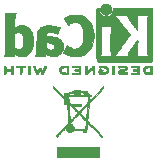
<source format=gbr>
%TF.GenerationSoftware,KiCad,Pcbnew,8.0.3*%
%TF.CreationDate,2024-07-09T16:52:22+05:30*%
%TF.ProjectId,ECG,4543472e-6b69-4636-9164-5f7063625858,rev?*%
%TF.SameCoordinates,Original*%
%TF.FileFunction,Legend,Bot*%
%TF.FilePolarity,Positive*%
%FSLAX46Y46*%
G04 Gerber Fmt 4.6, Leading zero omitted, Abs format (unit mm)*
G04 Created by KiCad (PCBNEW 8.0.3) date 2024-07-09 16:52:22*
%MOMM*%
%LPD*%
G01*
G04 APERTURE LIST*
%ADD10C,0.010000*%
G04 APERTURE END LIST*
D10*
%TO.C,REF\u002A\u002A*%
X144855406Y-111274949D02*
X144881127Y-111290647D01*
X144907778Y-111312227D01*
X144907778Y-111959684D01*
X144881127Y-111981264D01*
X144849767Y-111998739D01*
X144813966Y-111999575D01*
X144782528Y-111979082D01*
X144778652Y-111974416D01*
X144773186Y-111964949D01*
X144768979Y-111951267D01*
X144765867Y-111930748D01*
X144763687Y-111900768D01*
X144762276Y-111858704D01*
X144761471Y-111801932D01*
X144761107Y-111727830D01*
X144761022Y-111633773D01*
X144761022Y-111312227D01*
X144787673Y-111290647D01*
X144811386Y-111275877D01*
X144834400Y-111269067D01*
X144855406Y-111274949D01*
G36*
X144855406Y-111274949D02*
G01*
X144881127Y-111290647D01*
X144907778Y-111312227D01*
X144907778Y-111959684D01*
X144881127Y-111981264D01*
X144849767Y-111998739D01*
X144813966Y-111999575D01*
X144782528Y-111979082D01*
X144778652Y-111974416D01*
X144773186Y-111964949D01*
X144768979Y-111951267D01*
X144765867Y-111930748D01*
X144763687Y-111900768D01*
X144762276Y-111858704D01*
X144761471Y-111801932D01*
X144761107Y-111727830D01*
X144761022Y-111633773D01*
X144761022Y-111312227D01*
X144787673Y-111290647D01*
X144811386Y-111275877D01*
X144834400Y-111269067D01*
X144855406Y-111274949D01*
G37*
X151986137Y-111273463D02*
X152020291Y-111296776D01*
X152048000Y-111324485D01*
X152048000Y-111637537D01*
X152047959Y-111721567D01*
X152047701Y-111795789D01*
X152047030Y-111852541D01*
X152045752Y-111894512D01*
X152043673Y-111924389D01*
X152040599Y-111944861D01*
X152036334Y-111958614D01*
X152030684Y-111968337D01*
X152023455Y-111976717D01*
X151991991Y-111998181D01*
X151956826Y-111999947D01*
X151923822Y-111980267D01*
X151918516Y-111974398D01*
X151913066Y-111965314D01*
X151908900Y-111951973D01*
X151905846Y-111931757D01*
X151903732Y-111902049D01*
X151902386Y-111860232D01*
X151901638Y-111803689D01*
X151901314Y-111729802D01*
X151901245Y-111635956D01*
X151901284Y-111560294D01*
X151901539Y-111482385D01*
X151902183Y-111422375D01*
X151903387Y-111377648D01*
X151905324Y-111345585D01*
X151908164Y-111323571D01*
X151912079Y-111308987D01*
X151917242Y-111299218D01*
X151923822Y-111291645D01*
X151953006Y-111272623D01*
X151986137Y-111273463D01*
G36*
X151986137Y-111273463D02*
G01*
X152020291Y-111296776D01*
X152048000Y-111324485D01*
X152048000Y-111637537D01*
X152047959Y-111721567D01*
X152047701Y-111795789D01*
X152047030Y-111852541D01*
X152045752Y-111894512D01*
X152043673Y-111924389D01*
X152040599Y-111944861D01*
X152036334Y-111958614D01*
X152030684Y-111968337D01*
X152023455Y-111976717D01*
X151991991Y-111998181D01*
X151956826Y-111999947D01*
X151923822Y-111980267D01*
X151918516Y-111974398D01*
X151913066Y-111965314D01*
X151908900Y-111951973D01*
X151905846Y-111931757D01*
X151903732Y-111902049D01*
X151902386Y-111860232D01*
X151901638Y-111803689D01*
X151901314Y-111729802D01*
X151901245Y-111635956D01*
X151901284Y-111560294D01*
X151901539Y-111482385D01*
X151902183Y-111422375D01*
X151903387Y-111377648D01*
X151905324Y-111345585D01*
X151908164Y-111323571D01*
X151912079Y-111308987D01*
X151917242Y-111299218D01*
X151923822Y-111291645D01*
X151953006Y-111272623D01*
X151986137Y-111273463D01*
G37*
X151454562Y-106032850D02*
X151537313Y-106060053D01*
X151612406Y-106105484D01*
X151684298Y-106171302D01*
X151722846Y-106215567D01*
X151762256Y-106273961D01*
X151787446Y-106334586D01*
X151800861Y-106403865D01*
X151804948Y-106488222D01*
X151804669Y-106534307D01*
X151802460Y-106575450D01*
X151796894Y-106607582D01*
X151786586Y-106638122D01*
X151770148Y-106674489D01*
X151756200Y-106701728D01*
X151697665Y-106787429D01*
X151625619Y-106856617D01*
X151541947Y-106907741D01*
X151448531Y-106939250D01*
X151415434Y-106946225D01*
X151374960Y-106953094D01*
X151341999Y-106954919D01*
X151307698Y-106951947D01*
X151263200Y-106944426D01*
X151211934Y-106932002D01*
X151121434Y-106894112D01*
X151042345Y-106839836D01*
X150976528Y-106771770D01*
X150925840Y-106692511D01*
X150892140Y-106604654D01*
X150877286Y-106510795D01*
X150883136Y-106413530D01*
X150909399Y-106317220D01*
X150954418Y-106228494D01*
X151015373Y-106153419D01*
X151090184Y-106093641D01*
X151176768Y-106050809D01*
X151273043Y-106026571D01*
X151376928Y-106022576D01*
X151454562Y-106032850D01*
G36*
X151454562Y-106032850D02*
G01*
X151537313Y-106060053D01*
X151612406Y-106105484D01*
X151684298Y-106171302D01*
X151722846Y-106215567D01*
X151762256Y-106273961D01*
X151787446Y-106334586D01*
X151800861Y-106403865D01*
X151804948Y-106488222D01*
X151804669Y-106534307D01*
X151802460Y-106575450D01*
X151796894Y-106607582D01*
X151786586Y-106638122D01*
X151770148Y-106674489D01*
X151756200Y-106701728D01*
X151697665Y-106787429D01*
X151625619Y-106856617D01*
X151541947Y-106907741D01*
X151448531Y-106939250D01*
X151415434Y-106946225D01*
X151374960Y-106953094D01*
X151341999Y-106954919D01*
X151307698Y-106951947D01*
X151263200Y-106944426D01*
X151211934Y-106932002D01*
X151121434Y-106894112D01*
X151042345Y-106839836D01*
X150976528Y-106771770D01*
X150925840Y-106692511D01*
X150892140Y-106604654D01*
X150877286Y-106510795D01*
X150883136Y-106413530D01*
X150909399Y-106317220D01*
X150954418Y-106228494D01*
X151015373Y-106153419D01*
X151090184Y-106093641D01*
X151176768Y-106050809D01*
X151273043Y-106026571D01*
X151376928Y-106022576D01*
X151454562Y-106032850D01*
G37*
X144155767Y-111269068D02*
X144249890Y-111269158D01*
X144324405Y-111269498D01*
X144381811Y-111270239D01*
X144424611Y-111271535D01*
X144455304Y-111273537D01*
X144476391Y-111276396D01*
X144490373Y-111280266D01*
X144499750Y-111285298D01*
X144507022Y-111291645D01*
X144525828Y-111324362D01*
X144527275Y-111361939D01*
X144510917Y-111395178D01*
X144509557Y-111396631D01*
X144498354Y-111404992D01*
X144481252Y-111410547D01*
X144454082Y-111413840D01*
X144412678Y-111415418D01*
X144352873Y-111415822D01*
X144213511Y-111415822D01*
X144213511Y-111679589D01*
X144213436Y-111755417D01*
X144213028Y-111822083D01*
X144212046Y-111871867D01*
X144210250Y-111907784D01*
X144207399Y-111932850D01*
X144203253Y-111950081D01*
X144197571Y-111962492D01*
X144190114Y-111973100D01*
X144187824Y-111975906D01*
X144156646Y-111998548D01*
X144122266Y-112000112D01*
X144089334Y-111980267D01*
X144082355Y-111972191D01*
X144076883Y-111961593D01*
X144072863Y-111945749D01*
X144070072Y-111921773D01*
X144068288Y-111886774D01*
X144067289Y-111837864D01*
X144066852Y-111772154D01*
X144066756Y-111686756D01*
X144066756Y-111415822D01*
X143920820Y-111415822D01*
X143909720Y-111415821D01*
X143853202Y-111415596D01*
X143814358Y-111414457D01*
X143788965Y-111411657D01*
X143772804Y-111406450D01*
X143761652Y-111398089D01*
X143751289Y-111385826D01*
X143735441Y-111355138D01*
X143738543Y-111321358D01*
X143764187Y-111288822D01*
X143769129Y-111285105D01*
X143779338Y-111280269D01*
X143794764Y-111276506D01*
X143817886Y-111273683D01*
X143851183Y-111271670D01*
X143897137Y-111270333D01*
X143958228Y-111269542D01*
X144036935Y-111269163D01*
X144135740Y-111269067D01*
X144155767Y-111269068D01*
G36*
X144155767Y-111269068D02*
G01*
X144249890Y-111269158D01*
X144324405Y-111269498D01*
X144381811Y-111270239D01*
X144424611Y-111271535D01*
X144455304Y-111273537D01*
X144476391Y-111276396D01*
X144490373Y-111280266D01*
X144499750Y-111285298D01*
X144507022Y-111291645D01*
X144525828Y-111324362D01*
X144527275Y-111361939D01*
X144510917Y-111395178D01*
X144509557Y-111396631D01*
X144498354Y-111404992D01*
X144481252Y-111410547D01*
X144454082Y-111413840D01*
X144412678Y-111415418D01*
X144352873Y-111415822D01*
X144213511Y-111415822D01*
X144213511Y-111679589D01*
X144213436Y-111755417D01*
X144213028Y-111822083D01*
X144212046Y-111871867D01*
X144210250Y-111907784D01*
X144207399Y-111932850D01*
X144203253Y-111950081D01*
X144197571Y-111962492D01*
X144190114Y-111973100D01*
X144187824Y-111975906D01*
X144156646Y-111998548D01*
X144122266Y-112000112D01*
X144089334Y-111980267D01*
X144082355Y-111972191D01*
X144076883Y-111961593D01*
X144072863Y-111945749D01*
X144070072Y-111921773D01*
X144068288Y-111886774D01*
X144067289Y-111837864D01*
X144066852Y-111772154D01*
X144066756Y-111686756D01*
X144066756Y-111415822D01*
X143920820Y-111415822D01*
X143909720Y-111415821D01*
X143853202Y-111415596D01*
X143814358Y-111414457D01*
X143788965Y-111411657D01*
X143772804Y-111406450D01*
X143761652Y-111398089D01*
X143751289Y-111385826D01*
X143735441Y-111355138D01*
X143738543Y-111321358D01*
X143764187Y-111288822D01*
X143769129Y-111285105D01*
X143779338Y-111280269D01*
X143794764Y-111276506D01*
X143817886Y-111273683D01*
X143851183Y-111271670D01*
X143897137Y-111270333D01*
X143958228Y-111269542D01*
X144036935Y-111269163D01*
X144135740Y-111269067D01*
X144155767Y-111269068D01*
G37*
X143479734Y-111291645D02*
X143485366Y-111297835D01*
X143490456Y-111306041D01*
X143494543Y-111317817D01*
X143497721Y-111335276D01*
X143500087Y-111360530D01*
X143501738Y-111395690D01*
X143502769Y-111442869D01*
X143503277Y-111504177D01*
X143503359Y-111581727D01*
X143503109Y-111677631D01*
X143502625Y-111794000D01*
X143502557Y-111808175D01*
X143501971Y-111869937D01*
X143500648Y-111913620D01*
X143498103Y-111943001D01*
X143493848Y-111961855D01*
X143487396Y-111973959D01*
X143478262Y-111983089D01*
X143444804Y-112000506D01*
X143409856Y-111997604D01*
X143378953Y-111973100D01*
X143369944Y-111959897D01*
X143362492Y-111941361D01*
X143358124Y-111915333D01*
X143356069Y-111876787D01*
X143355556Y-111820700D01*
X143355556Y-111698045D01*
X142858845Y-111698045D01*
X142858845Y-111832871D01*
X142858772Y-111868662D01*
X142858009Y-111914992D01*
X142855833Y-111945526D01*
X142851536Y-111964557D01*
X142844412Y-111976374D01*
X142833755Y-111985271D01*
X142801504Y-112000341D01*
X142766217Y-111997673D01*
X142735486Y-111973100D01*
X142730831Y-111966845D01*
X142724895Y-111956321D01*
X142720364Y-111942391D01*
X142717048Y-111922317D01*
X142714759Y-111893360D01*
X142713308Y-111852780D01*
X142712505Y-111797840D01*
X142712162Y-111725799D01*
X142712089Y-111633920D01*
X142712089Y-111324485D01*
X142739798Y-111296776D01*
X142771177Y-111274533D01*
X142804406Y-111271844D01*
X142836267Y-111291645D01*
X142844553Y-111301415D01*
X142851965Y-111317307D01*
X142856302Y-111341275D01*
X142858338Y-111378148D01*
X142858845Y-111432756D01*
X142858845Y-111551289D01*
X143355556Y-111551289D01*
X143355556Y-111435776D01*
X143355994Y-111384078D01*
X143357958Y-111349554D01*
X143362474Y-111326978D01*
X143370567Y-111311126D01*
X143383265Y-111296776D01*
X143414643Y-111274533D01*
X143447872Y-111271844D01*
X143479734Y-111291645D01*
G36*
X143479734Y-111291645D02*
G01*
X143485366Y-111297835D01*
X143490456Y-111306041D01*
X143494543Y-111317817D01*
X143497721Y-111335276D01*
X143500087Y-111360530D01*
X143501738Y-111395690D01*
X143502769Y-111442869D01*
X143503277Y-111504177D01*
X143503359Y-111581727D01*
X143503109Y-111677631D01*
X143502625Y-111794000D01*
X143502557Y-111808175D01*
X143501971Y-111869937D01*
X143500648Y-111913620D01*
X143498103Y-111943001D01*
X143493848Y-111961855D01*
X143487396Y-111973959D01*
X143478262Y-111983089D01*
X143444804Y-112000506D01*
X143409856Y-111997604D01*
X143378953Y-111973100D01*
X143369944Y-111959897D01*
X143362492Y-111941361D01*
X143358124Y-111915333D01*
X143356069Y-111876787D01*
X143355556Y-111820700D01*
X143355556Y-111698045D01*
X142858845Y-111698045D01*
X142858845Y-111832871D01*
X142858772Y-111868662D01*
X142858009Y-111914992D01*
X142855833Y-111945526D01*
X142851536Y-111964557D01*
X142844412Y-111976374D01*
X142833755Y-111985271D01*
X142801504Y-112000341D01*
X142766217Y-111997673D01*
X142735486Y-111973100D01*
X142730831Y-111966845D01*
X142724895Y-111956321D01*
X142720364Y-111942391D01*
X142717048Y-111922317D01*
X142714759Y-111893360D01*
X142713308Y-111852780D01*
X142712505Y-111797840D01*
X142712162Y-111725799D01*
X142712089Y-111633920D01*
X142712089Y-111324485D01*
X142739798Y-111296776D01*
X142771177Y-111274533D01*
X142804406Y-111271844D01*
X142836267Y-111291645D01*
X142844553Y-111301415D01*
X142851965Y-111317307D01*
X142856302Y-111341275D01*
X142858338Y-111378148D01*
X142858845Y-111432756D01*
X142858845Y-111551289D01*
X143355556Y-111551289D01*
X143355556Y-111435776D01*
X143355994Y-111384078D01*
X143357958Y-111349554D01*
X143362474Y-111326978D01*
X143370567Y-111311126D01*
X143383265Y-111296776D01*
X143414643Y-111274533D01*
X143447872Y-111271844D01*
X143479734Y-111291645D01*
G37*
X148185133Y-111880396D02*
X148183163Y-111913175D01*
X148180235Y-111936095D01*
X148176158Y-111951897D01*
X148170743Y-111963319D01*
X148163803Y-111973100D01*
X148140406Y-112002845D01*
X147974714Y-112002251D01*
X147939918Y-112001953D01*
X147841435Y-111998522D01*
X147760473Y-111990839D01*
X147693379Y-111978282D01*
X147636496Y-111960227D01*
X147586169Y-111936052D01*
X147582810Y-111934135D01*
X147524998Y-111897417D01*
X147482644Y-111860451D01*
X147449828Y-111816966D01*
X147420628Y-111760689D01*
X147416346Y-111751073D01*
X147393769Y-111687887D01*
X147388034Y-111642333D01*
X147537279Y-111642333D01*
X147542892Y-111667061D01*
X147548618Y-111682939D01*
X147581548Y-111742847D01*
X147628886Y-111788600D01*
X147692652Y-111821736D01*
X147774861Y-111843790D01*
X147777655Y-111844292D01*
X147823940Y-111850255D01*
X147880336Y-111854483D01*
X147935274Y-111856089D01*
X148029156Y-111856089D01*
X148029156Y-111415822D01*
X147941667Y-111416270D01*
X147874747Y-111418746D01*
X147782349Y-111429998D01*
X147703034Y-111449537D01*
X147641060Y-111476511D01*
X147610120Y-111497240D01*
X147582000Y-111527006D01*
X147558660Y-111569434D01*
X147551533Y-111585400D01*
X147539709Y-111617902D01*
X147537279Y-111642333D01*
X147388034Y-111642333D01*
X147386797Y-111632509D01*
X147395399Y-111577483D01*
X147419541Y-111515351D01*
X147420337Y-111513658D01*
X147460788Y-111444236D01*
X147511473Y-111387638D01*
X147574198Y-111343070D01*
X147650774Y-111309741D01*
X147743009Y-111286861D01*
X147852712Y-111273636D01*
X147981691Y-111269275D01*
X147985263Y-111269270D01*
X148045283Y-111269410D01*
X148087214Y-111270446D01*
X148115328Y-111273040D01*
X148133897Y-111277853D01*
X148147194Y-111285544D01*
X148159491Y-111296776D01*
X148187200Y-111324485D01*
X148187200Y-111633920D01*
X148187175Y-111695526D01*
X148186950Y-111774311D01*
X148186332Y-111835021D01*
X148185775Y-111856089D01*
X148185133Y-111880396D01*
G36*
X148185133Y-111880396D02*
G01*
X148183163Y-111913175D01*
X148180235Y-111936095D01*
X148176158Y-111951897D01*
X148170743Y-111963319D01*
X148163803Y-111973100D01*
X148140406Y-112002845D01*
X147974714Y-112002251D01*
X147939918Y-112001953D01*
X147841435Y-111998522D01*
X147760473Y-111990839D01*
X147693379Y-111978282D01*
X147636496Y-111960227D01*
X147586169Y-111936052D01*
X147582810Y-111934135D01*
X147524998Y-111897417D01*
X147482644Y-111860451D01*
X147449828Y-111816966D01*
X147420628Y-111760689D01*
X147416346Y-111751073D01*
X147393769Y-111687887D01*
X147388034Y-111642333D01*
X147537279Y-111642333D01*
X147542892Y-111667061D01*
X147548618Y-111682939D01*
X147581548Y-111742847D01*
X147628886Y-111788600D01*
X147692652Y-111821736D01*
X147774861Y-111843790D01*
X147777655Y-111844292D01*
X147823940Y-111850255D01*
X147880336Y-111854483D01*
X147935274Y-111856089D01*
X148029156Y-111856089D01*
X148029156Y-111415822D01*
X147941667Y-111416270D01*
X147874747Y-111418746D01*
X147782349Y-111429998D01*
X147703034Y-111449537D01*
X147641060Y-111476511D01*
X147610120Y-111497240D01*
X147582000Y-111527006D01*
X147558660Y-111569434D01*
X147551533Y-111585400D01*
X147539709Y-111617902D01*
X147537279Y-111642333D01*
X147388034Y-111642333D01*
X147386797Y-111632509D01*
X147395399Y-111577483D01*
X147419541Y-111515351D01*
X147420337Y-111513658D01*
X147460788Y-111444236D01*
X147511473Y-111387638D01*
X147574198Y-111343070D01*
X147650774Y-111309741D01*
X147743009Y-111286861D01*
X147852712Y-111273636D01*
X147981691Y-111269275D01*
X147985263Y-111269270D01*
X148045283Y-111269410D01*
X148087214Y-111270446D01*
X148115328Y-111273040D01*
X148133897Y-111277853D01*
X148147194Y-111285544D01*
X148159491Y-111296776D01*
X148187200Y-111324485D01*
X148187200Y-111633920D01*
X148187175Y-111695526D01*
X148186950Y-111774311D01*
X148186332Y-111835021D01*
X148185775Y-111856089D01*
X148185133Y-111880396D01*
G37*
X155276817Y-111454427D02*
X155276870Y-111535041D01*
X155276622Y-111635956D01*
X155276583Y-111711617D01*
X155276328Y-111789526D01*
X155275684Y-111849536D01*
X155274480Y-111894264D01*
X155272543Y-111926326D01*
X155269703Y-111948340D01*
X155265788Y-111962924D01*
X155260626Y-111972694D01*
X155254045Y-111980267D01*
X155247077Y-111986501D01*
X155234079Y-111993801D01*
X155214931Y-111998554D01*
X155185528Y-112001292D01*
X155141762Y-112002545D01*
X155079528Y-112002845D01*
X155030582Y-112002469D01*
X154923722Y-111998041D01*
X154834494Y-111987953D01*
X154759696Y-111971365D01*
X154696125Y-111947435D01*
X154640579Y-111915321D01*
X154589854Y-111874182D01*
X154583866Y-111868330D01*
X154546999Y-111819821D01*
X154515899Y-111759013D01*
X154494417Y-111694769D01*
X154489136Y-111656026D01*
X154636353Y-111656026D01*
X154654635Y-111706961D01*
X154684305Y-111752878D01*
X154731002Y-111795287D01*
X154792392Y-111825090D01*
X154871538Y-111844226D01*
X154873028Y-111844464D01*
X154921999Y-111850256D01*
X154980693Y-111854396D01*
X155036734Y-111856004D01*
X155129867Y-111856089D01*
X155129867Y-111415822D01*
X155053667Y-111415808D01*
X155050639Y-111415817D01*
X154999519Y-111417782D01*
X154939416Y-111422507D01*
X154882708Y-111429035D01*
X154832750Y-111438331D01*
X154757998Y-111464600D01*
X154700489Y-111503899D01*
X154658988Y-111556933D01*
X154637771Y-111608200D01*
X154636353Y-111656026D01*
X154489136Y-111656026D01*
X154486400Y-111635956D01*
X154487679Y-111614739D01*
X154499991Y-111557323D01*
X154522520Y-111497413D01*
X154551750Y-111443363D01*
X154584167Y-111403532D01*
X154603708Y-111386510D01*
X154658420Y-111347322D01*
X154718723Y-111317193D01*
X154787919Y-111295232D01*
X154869311Y-111280550D01*
X154966200Y-111272259D01*
X155081889Y-111269467D01*
X155121371Y-111269066D01*
X155167082Y-111268653D01*
X155202883Y-111270457D01*
X155229974Y-111276739D01*
X155249556Y-111289759D01*
X155262830Y-111311778D01*
X155270998Y-111345055D01*
X155275260Y-111391851D01*
X155275857Y-111415822D01*
X155276817Y-111454427D01*
G36*
X155276817Y-111454427D02*
G01*
X155276870Y-111535041D01*
X155276622Y-111635956D01*
X155276583Y-111711617D01*
X155276328Y-111789526D01*
X155275684Y-111849536D01*
X155274480Y-111894264D01*
X155272543Y-111926326D01*
X155269703Y-111948340D01*
X155265788Y-111962924D01*
X155260626Y-111972694D01*
X155254045Y-111980267D01*
X155247077Y-111986501D01*
X155234079Y-111993801D01*
X155214931Y-111998554D01*
X155185528Y-112001292D01*
X155141762Y-112002545D01*
X155079528Y-112002845D01*
X155030582Y-112002469D01*
X154923722Y-111998041D01*
X154834494Y-111987953D01*
X154759696Y-111971365D01*
X154696125Y-111947435D01*
X154640579Y-111915321D01*
X154589854Y-111874182D01*
X154583866Y-111868330D01*
X154546999Y-111819821D01*
X154515899Y-111759013D01*
X154494417Y-111694769D01*
X154489136Y-111656026D01*
X154636353Y-111656026D01*
X154654635Y-111706961D01*
X154684305Y-111752878D01*
X154731002Y-111795287D01*
X154792392Y-111825090D01*
X154871538Y-111844226D01*
X154873028Y-111844464D01*
X154921999Y-111850256D01*
X154980693Y-111854396D01*
X155036734Y-111856004D01*
X155129867Y-111856089D01*
X155129867Y-111415822D01*
X155053667Y-111415808D01*
X155050639Y-111415817D01*
X154999519Y-111417782D01*
X154939416Y-111422507D01*
X154882708Y-111429035D01*
X154832750Y-111438331D01*
X154757998Y-111464600D01*
X154700489Y-111503899D01*
X154658988Y-111556933D01*
X154637771Y-111608200D01*
X154636353Y-111656026D01*
X154489136Y-111656026D01*
X154486400Y-111635956D01*
X154487679Y-111614739D01*
X154499991Y-111557323D01*
X154522520Y-111497413D01*
X154551750Y-111443363D01*
X154584167Y-111403532D01*
X154603708Y-111386510D01*
X154658420Y-111347322D01*
X154718723Y-111317193D01*
X154787919Y-111295232D01*
X154869311Y-111280550D01*
X154966200Y-111272259D01*
X155081889Y-111269467D01*
X155121371Y-111269066D01*
X155167082Y-111268653D01*
X155202883Y-111270457D01*
X155229974Y-111276739D01*
X155249556Y-111289759D01*
X155262830Y-111311778D01*
X155270998Y-111345055D01*
X155275260Y-111391851D01*
X155275857Y-111415822D01*
X155276817Y-111454427D01*
G37*
X150331893Y-111267892D02*
X150343301Y-111274029D01*
X150353850Y-111284691D01*
X150365136Y-111298811D01*
X150369589Y-111304772D01*
X150375588Y-111315268D01*
X150380167Y-111329093D01*
X150383519Y-111348998D01*
X150385833Y-111377732D01*
X150387301Y-111418045D01*
X150388113Y-111472687D01*
X150388460Y-111544407D01*
X150388534Y-111635956D01*
X150388511Y-111694486D01*
X150388292Y-111773573D01*
X150387683Y-111834516D01*
X150386492Y-111880062D01*
X150384529Y-111912963D01*
X150381603Y-111935968D01*
X150377523Y-111951826D01*
X150372097Y-111963286D01*
X150365136Y-111973100D01*
X150334708Y-111997493D01*
X150299765Y-112000372D01*
X150262784Y-111981282D01*
X150258600Y-111977807D01*
X150250424Y-111969279D01*
X150244364Y-111957728D01*
X150239981Y-111939896D01*
X150236839Y-111912524D01*
X150234502Y-111872354D01*
X150232531Y-111816128D01*
X150230489Y-111740589D01*
X150224845Y-111521458D01*
X149959556Y-111762099D01*
X149885722Y-111828875D01*
X149820542Y-111886991D01*
X149768348Y-111931949D01*
X149727273Y-111964871D01*
X149695455Y-111986879D01*
X149671026Y-111999094D01*
X149652124Y-112002639D01*
X149636883Y-111998636D01*
X149623439Y-111988207D01*
X149609927Y-111972474D01*
X149603682Y-111963991D01*
X149598050Y-111953413D01*
X149593839Y-111939255D01*
X149590887Y-111918803D01*
X149589032Y-111889342D01*
X149588113Y-111848161D01*
X149587968Y-111792544D01*
X149588435Y-111719779D01*
X149589352Y-111627151D01*
X149592667Y-111312199D01*
X149619318Y-111290633D01*
X149645383Y-111274441D01*
X149678241Y-111271670D01*
X149712772Y-111290623D01*
X149717084Y-111294208D01*
X149725216Y-111302737D01*
X149731245Y-111314329D01*
X149735606Y-111332235D01*
X149738734Y-111359706D01*
X149741063Y-111399994D01*
X149743029Y-111456351D01*
X149745067Y-111532029D01*
X149750711Y-111751878D01*
X149931334Y-111588084D01*
X150018072Y-111509451D01*
X150093843Y-111441058D01*
X150155980Y-111385708D01*
X150206078Y-111342338D01*
X150245735Y-111309881D01*
X150276548Y-111287273D01*
X150300114Y-111273448D01*
X150318030Y-111267343D01*
X150331893Y-111267892D01*
G36*
X150331893Y-111267892D02*
G01*
X150343301Y-111274029D01*
X150353850Y-111284691D01*
X150365136Y-111298811D01*
X150369589Y-111304772D01*
X150375588Y-111315268D01*
X150380167Y-111329093D01*
X150383519Y-111348998D01*
X150385833Y-111377732D01*
X150387301Y-111418045D01*
X150388113Y-111472687D01*
X150388460Y-111544407D01*
X150388534Y-111635956D01*
X150388511Y-111694486D01*
X150388292Y-111773573D01*
X150387683Y-111834516D01*
X150386492Y-111880062D01*
X150384529Y-111912963D01*
X150381603Y-111935968D01*
X150377523Y-111951826D01*
X150372097Y-111963286D01*
X150365136Y-111973100D01*
X150334708Y-111997493D01*
X150299765Y-112000372D01*
X150262784Y-111981282D01*
X150258600Y-111977807D01*
X150250424Y-111969279D01*
X150244364Y-111957728D01*
X150239981Y-111939896D01*
X150236839Y-111912524D01*
X150234502Y-111872354D01*
X150232531Y-111816128D01*
X150230489Y-111740589D01*
X150224845Y-111521458D01*
X149959556Y-111762099D01*
X149885722Y-111828875D01*
X149820542Y-111886991D01*
X149768348Y-111931949D01*
X149727273Y-111964871D01*
X149695455Y-111986879D01*
X149671026Y-111999094D01*
X149652124Y-112002639D01*
X149636883Y-111998636D01*
X149623439Y-111988207D01*
X149609927Y-111972474D01*
X149603682Y-111963991D01*
X149598050Y-111953413D01*
X149593839Y-111939255D01*
X149590887Y-111918803D01*
X149589032Y-111889342D01*
X149588113Y-111848161D01*
X149587968Y-111792544D01*
X149588435Y-111719779D01*
X149589352Y-111627151D01*
X149592667Y-111312199D01*
X149619318Y-111290633D01*
X149645383Y-111274441D01*
X149678241Y-111271670D01*
X149712772Y-111290623D01*
X149717084Y-111294208D01*
X149725216Y-111302737D01*
X149731245Y-111314329D01*
X149735606Y-111332235D01*
X149738734Y-111359706D01*
X149741063Y-111399994D01*
X149743029Y-111456351D01*
X149745067Y-111532029D01*
X149750711Y-111751878D01*
X149931334Y-111588084D01*
X150018072Y-111509451D01*
X150093843Y-111441058D01*
X150155980Y-111385708D01*
X150206078Y-111342338D01*
X150245735Y-111309881D01*
X150276548Y-111287273D01*
X150300114Y-111273448D01*
X150318030Y-111267343D01*
X150331893Y-111267892D01*
G37*
X151129150Y-111274179D02*
X151235157Y-111290494D01*
X151328969Y-111318545D01*
X151407765Y-111357452D01*
X151468719Y-111406334D01*
X151494789Y-111439195D01*
X151524297Y-111488394D01*
X151549568Y-111542252D01*
X151567218Y-111593419D01*
X151573858Y-111634544D01*
X151572298Y-111654259D01*
X151559357Y-111705592D01*
X151536194Y-111762118D01*
X151506302Y-111816035D01*
X151473173Y-111859539D01*
X151462977Y-111869887D01*
X151395892Y-111921662D01*
X151315766Y-111961554D01*
X151229556Y-111985956D01*
X151174592Y-111994068D01*
X151081139Y-112000673D01*
X150991358Y-111998586D01*
X150908869Y-111988340D01*
X150837286Y-111970470D01*
X150780228Y-111945508D01*
X150741311Y-111913988D01*
X150739936Y-111912012D01*
X150732848Y-111886786D01*
X150728609Y-111839535D01*
X150727200Y-111770071D01*
X150728060Y-111707838D01*
X150732780Y-111660456D01*
X150744470Y-111628353D01*
X150766239Y-111608800D01*
X150801198Y-111599070D01*
X150852456Y-111596433D01*
X150923123Y-111598161D01*
X150971743Y-111601173D01*
X151021939Y-111609366D01*
X151054433Y-111623419D01*
X151071892Y-111644654D01*
X151076983Y-111674394D01*
X151076877Y-111678936D01*
X151068175Y-111713730D01*
X151044165Y-111737147D01*
X151002900Y-111750347D01*
X150942431Y-111754489D01*
X150873956Y-111754489D01*
X150873956Y-111792841D01*
X150874006Y-111801976D01*
X150876227Y-111819227D01*
X150885494Y-111829521D01*
X150906875Y-111836459D01*
X150945436Y-111843641D01*
X150950910Y-111844575D01*
X151047860Y-111854478D01*
X151137852Y-111851559D01*
X151218760Y-111836829D01*
X151288459Y-111811299D01*
X151344824Y-111775978D01*
X151385729Y-111731879D01*
X151409051Y-111680012D01*
X151412663Y-111621388D01*
X151407145Y-111592494D01*
X151380461Y-111536604D01*
X151334273Y-111490945D01*
X151269291Y-111456108D01*
X151186229Y-111432690D01*
X151161555Y-111428241D01*
X151072226Y-111417742D01*
X150992419Y-111418971D01*
X150914326Y-111431906D01*
X150879183Y-111438696D01*
X150833745Y-111439713D01*
X150802430Y-111427182D01*
X150782277Y-111400395D01*
X150775893Y-111372148D01*
X150785379Y-111340924D01*
X150794708Y-111327499D01*
X150828943Y-111303967D01*
X150881565Y-111286095D01*
X150950081Y-111274599D01*
X151032000Y-111270192D01*
X151129150Y-111274179D01*
G36*
X151129150Y-111274179D02*
G01*
X151235157Y-111290494D01*
X151328969Y-111318545D01*
X151407765Y-111357452D01*
X151468719Y-111406334D01*
X151494789Y-111439195D01*
X151524297Y-111488394D01*
X151549568Y-111542252D01*
X151567218Y-111593419D01*
X151573858Y-111634544D01*
X151572298Y-111654259D01*
X151559357Y-111705592D01*
X151536194Y-111762118D01*
X151506302Y-111816035D01*
X151473173Y-111859539D01*
X151462977Y-111869887D01*
X151395892Y-111921662D01*
X151315766Y-111961554D01*
X151229556Y-111985956D01*
X151174592Y-111994068D01*
X151081139Y-112000673D01*
X150991358Y-111998586D01*
X150908869Y-111988340D01*
X150837286Y-111970470D01*
X150780228Y-111945508D01*
X150741311Y-111913988D01*
X150739936Y-111912012D01*
X150732848Y-111886786D01*
X150728609Y-111839535D01*
X150727200Y-111770071D01*
X150728060Y-111707838D01*
X150732780Y-111660456D01*
X150744470Y-111628353D01*
X150766239Y-111608800D01*
X150801198Y-111599070D01*
X150852456Y-111596433D01*
X150923123Y-111598161D01*
X150971743Y-111601173D01*
X151021939Y-111609366D01*
X151054433Y-111623419D01*
X151071892Y-111644654D01*
X151076983Y-111674394D01*
X151076877Y-111678936D01*
X151068175Y-111713730D01*
X151044165Y-111737147D01*
X151002900Y-111750347D01*
X150942431Y-111754489D01*
X150873956Y-111754489D01*
X150873956Y-111792841D01*
X150874006Y-111801976D01*
X150876227Y-111819227D01*
X150885494Y-111829521D01*
X150906875Y-111836459D01*
X150945436Y-111843641D01*
X150950910Y-111844575D01*
X151047860Y-111854478D01*
X151137852Y-111851559D01*
X151218760Y-111836829D01*
X151288459Y-111811299D01*
X151344824Y-111775978D01*
X151385729Y-111731879D01*
X151409051Y-111680012D01*
X151412663Y-111621388D01*
X151407145Y-111592494D01*
X151380461Y-111536604D01*
X151334273Y-111490945D01*
X151269291Y-111456108D01*
X151186229Y-111432690D01*
X151161555Y-111428241D01*
X151072226Y-111417742D01*
X150992419Y-111418971D01*
X150914326Y-111431906D01*
X150879183Y-111438696D01*
X150833745Y-111439713D01*
X150802430Y-111427182D01*
X150782277Y-111400395D01*
X150775893Y-111372148D01*
X150785379Y-111340924D01*
X150794708Y-111327499D01*
X150828943Y-111303967D01*
X150881565Y-111286095D01*
X150950081Y-111274599D01*
X151032000Y-111270192D01*
X151129150Y-111274179D01*
G37*
X149179803Y-111298811D02*
X149184752Y-111305495D01*
X149190596Y-111316066D01*
X149195057Y-111330153D01*
X149198321Y-111350478D01*
X149200574Y-111379765D01*
X149202002Y-111420737D01*
X149202792Y-111476117D01*
X149203129Y-111548628D01*
X149203200Y-111640994D01*
X149203171Y-111706911D01*
X149202939Y-111785228D01*
X149202319Y-111845496D01*
X149201126Y-111890393D01*
X149199179Y-111922602D01*
X149196294Y-111944800D01*
X149192288Y-111959669D01*
X149186979Y-111969889D01*
X149180183Y-111978138D01*
X149175668Y-111982795D01*
X149167438Y-111989282D01*
X149156078Y-111994194D01*
X149138810Y-111997749D01*
X149112855Y-112000167D01*
X149075436Y-112001667D01*
X149023773Y-112002467D01*
X148955089Y-112002787D01*
X148866606Y-112002845D01*
X148846931Y-112002838D01*
X148759906Y-112002572D01*
X148692254Y-112001806D01*
X148641299Y-112000392D01*
X148604367Y-111998180D01*
X148578783Y-111995022D01*
X148561871Y-111990769D01*
X148550957Y-111985271D01*
X148540464Y-111975285D01*
X148527203Y-111944168D01*
X148528386Y-111908280D01*
X148544550Y-111876733D01*
X148546739Y-111874457D01*
X148555427Y-111868189D01*
X148568769Y-111863523D01*
X148589752Y-111860227D01*
X148621363Y-111858068D01*
X148666590Y-111856814D01*
X148728420Y-111856231D01*
X148809839Y-111856089D01*
X149056445Y-111856089D01*
X149056445Y-111698045D01*
X148894006Y-111698045D01*
X148858338Y-111697964D01*
X148802568Y-111697167D01*
X148763430Y-111695162D01*
X148736976Y-111691521D01*
X148719259Y-111685812D01*
X148706329Y-111677607D01*
X148702686Y-111674423D01*
X148684278Y-111643448D01*
X148683644Y-111607112D01*
X148701183Y-111573493D01*
X148701245Y-111573424D01*
X148710916Y-111564798D01*
X148724209Y-111558742D01*
X148744917Y-111554811D01*
X148776828Y-111552556D01*
X148823734Y-111551531D01*
X148889424Y-111551289D01*
X149057571Y-111551289D01*
X149054186Y-111486378D01*
X149050800Y-111421467D01*
X148808723Y-111418414D01*
X148783707Y-111418086D01*
X148702087Y-111416606D01*
X148639768Y-111414222D01*
X148594154Y-111410227D01*
X148562652Y-111403913D01*
X148542667Y-111394574D01*
X148531604Y-111381503D01*
X148526869Y-111363992D01*
X148525867Y-111341335D01*
X148525873Y-111338970D01*
X148527027Y-111318939D01*
X148531824Y-111303146D01*
X148542632Y-111291090D01*
X148561817Y-111282267D01*
X148591745Y-111276175D01*
X148634783Y-111272311D01*
X148693299Y-111270174D01*
X148769657Y-111269260D01*
X148866226Y-111269067D01*
X149156406Y-111269067D01*
X149179803Y-111298811D01*
G36*
X149179803Y-111298811D02*
G01*
X149184752Y-111305495D01*
X149190596Y-111316066D01*
X149195057Y-111330153D01*
X149198321Y-111350478D01*
X149200574Y-111379765D01*
X149202002Y-111420737D01*
X149202792Y-111476117D01*
X149203129Y-111548628D01*
X149203200Y-111640994D01*
X149203171Y-111706911D01*
X149202939Y-111785228D01*
X149202319Y-111845496D01*
X149201126Y-111890393D01*
X149199179Y-111922602D01*
X149196294Y-111944800D01*
X149192288Y-111959669D01*
X149186979Y-111969889D01*
X149180183Y-111978138D01*
X149175668Y-111982795D01*
X149167438Y-111989282D01*
X149156078Y-111994194D01*
X149138810Y-111997749D01*
X149112855Y-112000167D01*
X149075436Y-112001667D01*
X149023773Y-112002467D01*
X148955089Y-112002787D01*
X148866606Y-112002845D01*
X148846931Y-112002838D01*
X148759906Y-112002572D01*
X148692254Y-112001806D01*
X148641299Y-112000392D01*
X148604367Y-111998180D01*
X148578783Y-111995022D01*
X148561871Y-111990769D01*
X148550957Y-111985271D01*
X148540464Y-111975285D01*
X148527203Y-111944168D01*
X148528386Y-111908280D01*
X148544550Y-111876733D01*
X148546739Y-111874457D01*
X148555427Y-111868189D01*
X148568769Y-111863523D01*
X148589752Y-111860227D01*
X148621363Y-111858068D01*
X148666590Y-111856814D01*
X148728420Y-111856231D01*
X148809839Y-111856089D01*
X149056445Y-111856089D01*
X149056445Y-111698045D01*
X148894006Y-111698045D01*
X148858338Y-111697964D01*
X148802568Y-111697167D01*
X148763430Y-111695162D01*
X148736976Y-111691521D01*
X148719259Y-111685812D01*
X148706329Y-111677607D01*
X148702686Y-111674423D01*
X148684278Y-111643448D01*
X148683644Y-111607112D01*
X148701183Y-111573493D01*
X148701245Y-111573424D01*
X148710916Y-111564798D01*
X148724209Y-111558742D01*
X148744917Y-111554811D01*
X148776828Y-111552556D01*
X148823734Y-111551531D01*
X148889424Y-111551289D01*
X149057571Y-111551289D01*
X149054186Y-111486378D01*
X149050800Y-111421467D01*
X148808723Y-111418414D01*
X148783707Y-111418086D01*
X148702087Y-111416606D01*
X148639768Y-111414222D01*
X148594154Y-111410227D01*
X148562652Y-111403913D01*
X148542667Y-111394574D01*
X148531604Y-111381503D01*
X148526869Y-111363992D01*
X148525867Y-111341335D01*
X148525873Y-111338970D01*
X148527027Y-111318939D01*
X148531824Y-111303146D01*
X148542632Y-111291090D01*
X148561817Y-111282267D01*
X148591745Y-111276175D01*
X148634783Y-111272311D01*
X148693299Y-111270174D01*
X148769657Y-111269260D01*
X148866226Y-111269067D01*
X149156406Y-111269067D01*
X149179803Y-111298811D01*
G37*
X153856734Y-111269083D02*
X153933831Y-111269275D01*
X153992777Y-111269860D01*
X154036364Y-111271051D01*
X154067383Y-111273064D01*
X154088625Y-111276112D01*
X154102882Y-111280409D01*
X154112945Y-111286172D01*
X154121606Y-111293612D01*
X154123391Y-111295293D01*
X154130635Y-111302832D01*
X154136277Y-111311850D01*
X154140517Y-111324984D01*
X154143556Y-111344872D01*
X154145594Y-111374151D01*
X154146830Y-111415458D01*
X154147465Y-111471431D01*
X154147700Y-111544707D01*
X154147734Y-111637923D01*
X154147697Y-111710713D01*
X154147448Y-111788889D01*
X154146812Y-111849103D01*
X154145615Y-111893982D01*
X154143684Y-111926152D01*
X154140846Y-111948239D01*
X154136927Y-111962870D01*
X154131755Y-111972670D01*
X154125156Y-111980267D01*
X154121822Y-111983444D01*
X154113300Y-111989554D01*
X154101298Y-111994229D01*
X154083087Y-111997659D01*
X154055940Y-112000036D01*
X154017129Y-112001552D01*
X153963924Y-112002398D01*
X153893598Y-112002765D01*
X153803422Y-112002845D01*
X153761314Y-112002833D01*
X153680167Y-112002651D01*
X153617675Y-112002098D01*
X153571109Y-112000982D01*
X153537741Y-111999113D01*
X153514844Y-111996298D01*
X153499688Y-111992346D01*
X153489546Y-111987066D01*
X153481689Y-111980267D01*
X153466963Y-111958667D01*
X153459111Y-111929467D01*
X153464610Y-111905560D01*
X153481689Y-111878667D01*
X153486668Y-111874059D01*
X153496443Y-111867772D01*
X153510559Y-111863146D01*
X153532054Y-111859930D01*
X153563968Y-111857870D01*
X153609342Y-111856712D01*
X153671213Y-111856202D01*
X153752622Y-111856089D01*
X154000978Y-111856089D01*
X154000978Y-111698045D01*
X153839801Y-111698045D01*
X153803983Y-111697899D01*
X153738359Y-111696176D01*
X153691118Y-111691741D01*
X153659383Y-111683637D01*
X153640277Y-111670906D01*
X153630923Y-111652592D01*
X153628445Y-111627738D01*
X153629242Y-111607482D01*
X153634494Y-111585656D01*
X153647288Y-111570304D01*
X153670628Y-111560309D01*
X153707517Y-111554553D01*
X153760959Y-111551919D01*
X153833958Y-111551289D01*
X154002105Y-111551289D01*
X153998719Y-111486378D01*
X153995334Y-111421467D01*
X153747617Y-111418418D01*
X153685026Y-111417539D01*
X153616565Y-111416095D01*
X153565661Y-111414164D01*
X153529408Y-111411514D01*
X153504901Y-111407910D01*
X153489235Y-111403121D01*
X153479506Y-111396913D01*
X153473491Y-111390510D01*
X153460482Y-111358828D01*
X153464043Y-111323142D01*
X153483818Y-111292084D01*
X153487069Y-111289161D01*
X153496049Y-111282810D01*
X153508153Y-111277957D01*
X153526159Y-111274403D01*
X153552847Y-111271946D01*
X153590997Y-111270385D01*
X153643386Y-111269518D01*
X153712794Y-111269146D01*
X153802001Y-111269067D01*
X153856734Y-111269083D01*
G36*
X153856734Y-111269083D02*
G01*
X153933831Y-111269275D01*
X153992777Y-111269860D01*
X154036364Y-111271051D01*
X154067383Y-111273064D01*
X154088625Y-111276112D01*
X154102882Y-111280409D01*
X154112945Y-111286172D01*
X154121606Y-111293612D01*
X154123391Y-111295293D01*
X154130635Y-111302832D01*
X154136277Y-111311850D01*
X154140517Y-111324984D01*
X154143556Y-111344872D01*
X154145594Y-111374151D01*
X154146830Y-111415458D01*
X154147465Y-111471431D01*
X154147700Y-111544707D01*
X154147734Y-111637923D01*
X154147697Y-111710713D01*
X154147448Y-111788889D01*
X154146812Y-111849103D01*
X154145615Y-111893982D01*
X154143684Y-111926152D01*
X154140846Y-111948239D01*
X154136927Y-111962870D01*
X154131755Y-111972670D01*
X154125156Y-111980267D01*
X154121822Y-111983444D01*
X154113300Y-111989554D01*
X154101298Y-111994229D01*
X154083087Y-111997659D01*
X154055940Y-112000036D01*
X154017129Y-112001552D01*
X153963924Y-112002398D01*
X153893598Y-112002765D01*
X153803422Y-112002845D01*
X153761314Y-112002833D01*
X153680167Y-112002651D01*
X153617675Y-112002098D01*
X153571109Y-112000982D01*
X153537741Y-111999113D01*
X153514844Y-111996298D01*
X153499688Y-111992346D01*
X153489546Y-111987066D01*
X153481689Y-111980267D01*
X153466963Y-111958667D01*
X153459111Y-111929467D01*
X153464610Y-111905560D01*
X153481689Y-111878667D01*
X153486668Y-111874059D01*
X153496443Y-111867772D01*
X153510559Y-111863146D01*
X153532054Y-111859930D01*
X153563968Y-111857870D01*
X153609342Y-111856712D01*
X153671213Y-111856202D01*
X153752622Y-111856089D01*
X154000978Y-111856089D01*
X154000978Y-111698045D01*
X153839801Y-111698045D01*
X153803983Y-111697899D01*
X153738359Y-111696176D01*
X153691118Y-111691741D01*
X153659383Y-111683637D01*
X153640277Y-111670906D01*
X153630923Y-111652592D01*
X153628445Y-111627738D01*
X153629242Y-111607482D01*
X153634494Y-111585656D01*
X153647288Y-111570304D01*
X153670628Y-111560309D01*
X153707517Y-111554553D01*
X153760959Y-111551919D01*
X153833958Y-111551289D01*
X154002105Y-111551289D01*
X153998719Y-111486378D01*
X153995334Y-111421467D01*
X153747617Y-111418418D01*
X153685026Y-111417539D01*
X153616565Y-111416095D01*
X153565661Y-111414164D01*
X153529408Y-111411514D01*
X153504901Y-111407910D01*
X153489235Y-111403121D01*
X153479506Y-111396913D01*
X153473491Y-111390510D01*
X153460482Y-111358828D01*
X153464043Y-111323142D01*
X153483818Y-111292084D01*
X153487069Y-111289161D01*
X153496049Y-111282810D01*
X153508153Y-111277957D01*
X153526159Y-111274403D01*
X153552847Y-111271946D01*
X153590997Y-111270385D01*
X153643386Y-111269518D01*
X153712794Y-111269146D01*
X153802001Y-111269067D01*
X153856734Y-111269083D01*
G37*
X145289702Y-111278478D02*
X145307663Y-111296989D01*
X145328263Y-111328071D01*
X145353095Y-111373756D01*
X145383750Y-111436078D01*
X145421820Y-111517071D01*
X145436454Y-111548454D01*
X145466203Y-111611638D01*
X145492297Y-111666244D01*
X145513292Y-111709290D01*
X145527739Y-111737793D01*
X145534191Y-111748770D01*
X145535550Y-111748189D01*
X145545542Y-111734242D01*
X145562833Y-111704704D01*
X145585430Y-111663087D01*
X145611338Y-111612903D01*
X145627311Y-111581414D01*
X145656261Y-111526061D01*
X145678749Y-111487044D01*
X145696965Y-111461566D01*
X145713096Y-111446831D01*
X145729330Y-111440042D01*
X145747857Y-111438400D01*
X145758360Y-111438875D01*
X145774476Y-111443082D01*
X145789790Y-111453946D01*
X145806388Y-111474219D01*
X145826357Y-111506654D01*
X145851783Y-111554004D01*
X145884752Y-111619022D01*
X145894485Y-111638277D01*
X145918943Y-111684946D01*
X145939178Y-111721109D01*
X145953311Y-111743497D01*
X145959460Y-111748845D01*
X145960827Y-111745573D01*
X145970202Y-111724664D01*
X145987062Y-111687725D01*
X146009979Y-111637874D01*
X146037520Y-111578226D01*
X146068255Y-111511898D01*
X146094970Y-111454677D01*
X146124593Y-111392688D01*
X146147664Y-111346949D01*
X146165643Y-111314908D01*
X146179990Y-111294014D01*
X146192166Y-111281718D01*
X146203632Y-111275466D01*
X146213042Y-111272574D01*
X146238147Y-111272425D01*
X146265290Y-111287768D01*
X146266590Y-111288753D01*
X146288674Y-111311388D01*
X146299723Y-111333613D01*
X146299769Y-111334253D01*
X146295228Y-111351915D01*
X146282364Y-111386481D01*
X146262605Y-111434826D01*
X146237381Y-111493825D01*
X146208119Y-111560355D01*
X146176250Y-111631291D01*
X146143201Y-111703507D01*
X146110401Y-111773880D01*
X146079280Y-111839285D01*
X146051265Y-111896597D01*
X146027786Y-111942692D01*
X146010272Y-111974446D01*
X146000151Y-111988733D01*
X145965743Y-112002102D01*
X145924046Y-111995741D01*
X145918681Y-111991044D01*
X145902852Y-111968893D01*
X145880650Y-111932132D01*
X145854233Y-111884415D01*
X145825760Y-111829393D01*
X145745986Y-111670150D01*
X145672799Y-111816742D01*
X145663103Y-111836032D01*
X145636125Y-111888380D01*
X145612096Y-111933170D01*
X145593332Y-111966154D01*
X145582146Y-111983089D01*
X145581000Y-111984332D01*
X145552879Y-111999619D01*
X145517817Y-112001302D01*
X145486776Y-111988733D01*
X145484350Y-111985884D01*
X145472090Y-111965259D01*
X145452352Y-111927708D01*
X145426448Y-111875880D01*
X145395685Y-111812423D01*
X145361375Y-111739985D01*
X145324825Y-111661216D01*
X145304585Y-111617093D01*
X145267812Y-111536365D01*
X145239355Y-111472687D01*
X145218331Y-111423752D01*
X145203854Y-111387257D01*
X145195039Y-111360895D01*
X145191004Y-111342361D01*
X145190862Y-111329352D01*
X145193730Y-111319561D01*
X145208387Y-111298678D01*
X145234990Y-111278377D01*
X145235745Y-111278035D01*
X145255335Y-111271034D01*
X145272790Y-111270504D01*
X145289702Y-111278478D01*
G36*
X145289702Y-111278478D02*
G01*
X145307663Y-111296989D01*
X145328263Y-111328071D01*
X145353095Y-111373756D01*
X145383750Y-111436078D01*
X145421820Y-111517071D01*
X145436454Y-111548454D01*
X145466203Y-111611638D01*
X145492297Y-111666244D01*
X145513292Y-111709290D01*
X145527739Y-111737793D01*
X145534191Y-111748770D01*
X145535550Y-111748189D01*
X145545542Y-111734242D01*
X145562833Y-111704704D01*
X145585430Y-111663087D01*
X145611338Y-111612903D01*
X145627311Y-111581414D01*
X145656261Y-111526061D01*
X145678749Y-111487044D01*
X145696965Y-111461566D01*
X145713096Y-111446831D01*
X145729330Y-111440042D01*
X145747857Y-111438400D01*
X145758360Y-111438875D01*
X145774476Y-111443082D01*
X145789790Y-111453946D01*
X145806388Y-111474219D01*
X145826357Y-111506654D01*
X145851783Y-111554004D01*
X145884752Y-111619022D01*
X145894485Y-111638277D01*
X145918943Y-111684946D01*
X145939178Y-111721109D01*
X145953311Y-111743497D01*
X145959460Y-111748845D01*
X145960827Y-111745573D01*
X145970202Y-111724664D01*
X145987062Y-111687725D01*
X146009979Y-111637874D01*
X146037520Y-111578226D01*
X146068255Y-111511898D01*
X146094970Y-111454677D01*
X146124593Y-111392688D01*
X146147664Y-111346949D01*
X146165643Y-111314908D01*
X146179990Y-111294014D01*
X146192166Y-111281718D01*
X146203632Y-111275466D01*
X146213042Y-111272574D01*
X146238147Y-111272425D01*
X146265290Y-111287768D01*
X146266590Y-111288753D01*
X146288674Y-111311388D01*
X146299723Y-111333613D01*
X146299769Y-111334253D01*
X146295228Y-111351915D01*
X146282364Y-111386481D01*
X146262605Y-111434826D01*
X146237381Y-111493825D01*
X146208119Y-111560355D01*
X146176250Y-111631291D01*
X146143201Y-111703507D01*
X146110401Y-111773880D01*
X146079280Y-111839285D01*
X146051265Y-111896597D01*
X146027786Y-111942692D01*
X146010272Y-111974446D01*
X146000151Y-111988733D01*
X145965743Y-112002102D01*
X145924046Y-111995741D01*
X145918681Y-111991044D01*
X145902852Y-111968893D01*
X145880650Y-111932132D01*
X145854233Y-111884415D01*
X145825760Y-111829393D01*
X145745986Y-111670150D01*
X145672799Y-111816742D01*
X145663103Y-111836032D01*
X145636125Y-111888380D01*
X145612096Y-111933170D01*
X145593332Y-111966154D01*
X145582146Y-111983089D01*
X145581000Y-111984332D01*
X145552879Y-111999619D01*
X145517817Y-112001302D01*
X145486776Y-111988733D01*
X145484350Y-111985884D01*
X145472090Y-111965259D01*
X145452352Y-111927708D01*
X145426448Y-111875880D01*
X145395685Y-111812423D01*
X145361375Y-111739985D01*
X145324825Y-111661216D01*
X145304585Y-111617093D01*
X145267812Y-111536365D01*
X145239355Y-111472687D01*
X145218331Y-111423752D01*
X145203854Y-111387257D01*
X145195039Y-111360895D01*
X145191004Y-111342361D01*
X145190862Y-111329352D01*
X145193730Y-111319561D01*
X145208387Y-111298678D01*
X145234990Y-111278377D01*
X145235745Y-111278035D01*
X145255335Y-111271034D01*
X145272790Y-111270504D01*
X145289702Y-111278478D01*
G37*
X152840853Y-111269936D02*
X152907100Y-111275366D01*
X152962400Y-111284964D01*
X153013283Y-111299825D01*
X153084595Y-111332958D01*
X153135752Y-111375640D01*
X153166575Y-111427705D01*
X153176889Y-111488983D01*
X153175952Y-111520232D01*
X153170160Y-111545029D01*
X153155353Y-111566699D01*
X153127380Y-111594049D01*
X153119402Y-111601378D01*
X153095692Y-111622281D01*
X153073298Y-111639251D01*
X153049265Y-111653205D01*
X153020637Y-111665056D01*
X152984460Y-111675720D01*
X152937780Y-111686111D01*
X152877641Y-111697146D01*
X152801090Y-111709738D01*
X152705171Y-111724804D01*
X152686808Y-111727838D01*
X152624478Y-111741458D01*
X152579260Y-111757192D01*
X152552976Y-111774263D01*
X152547447Y-111791897D01*
X152550068Y-111796168D01*
X152568000Y-111811233D01*
X152596126Y-111827867D01*
X152608926Y-111833857D01*
X152630224Y-111841050D01*
X152656610Y-111845827D01*
X152692454Y-111848646D01*
X152742128Y-111849964D01*
X152810000Y-111850237D01*
X152827785Y-111850164D01*
X152895406Y-111849053D01*
X152960345Y-111846828D01*
X153015970Y-111843762D01*
X153055651Y-111840127D01*
X153091162Y-111836059D01*
X153120415Y-111835276D01*
X153139315Y-111839876D01*
X153154429Y-111850551D01*
X153158085Y-111854144D01*
X153174427Y-111885918D01*
X153173107Y-111921572D01*
X153154150Y-111952190D01*
X153133780Y-111963796D01*
X153097796Y-111976491D01*
X153055372Y-111986541D01*
X153051922Y-111987140D01*
X153009252Y-111992356D01*
X152951866Y-111996730D01*
X152886849Y-111999818D01*
X152821289Y-112001177D01*
X152805057Y-112001218D01*
X152706744Y-111998741D01*
X152626692Y-111990735D01*
X152561513Y-111976203D01*
X152507817Y-111954149D01*
X152462216Y-111923576D01*
X152421323Y-111883486D01*
X152401202Y-111857259D01*
X152389576Y-111827712D01*
X152386667Y-111787995D01*
X152386808Y-111776026D01*
X152390681Y-111743345D01*
X152403065Y-111716819D01*
X152428230Y-111685971D01*
X152449442Y-111663831D01*
X152475838Y-111641285D01*
X152505555Y-111622917D01*
X152541785Y-111607661D01*
X152587717Y-111594449D01*
X152646544Y-111582214D01*
X152721456Y-111569889D01*
X152815645Y-111556406D01*
X152860957Y-111549396D01*
X152928911Y-111534837D01*
X152978047Y-111518337D01*
X153007614Y-111500439D01*
X153016864Y-111481685D01*
X153005048Y-111462615D01*
X152971416Y-111443771D01*
X152968370Y-111442557D01*
X152922011Y-111430479D01*
X152859361Y-111422279D01*
X152785927Y-111418119D01*
X152707217Y-111418161D01*
X152628739Y-111422569D01*
X152556000Y-111431505D01*
X152552073Y-111432154D01*
X152503257Y-111439861D01*
X152471005Y-111443473D01*
X152450008Y-111442876D01*
X152434954Y-111437954D01*
X152420534Y-111428596D01*
X152419364Y-111427725D01*
X152394847Y-111397351D01*
X152390054Y-111361850D01*
X152405860Y-111327269D01*
X152410406Y-111322813D01*
X152440020Y-111307673D01*
X152487002Y-111294550D01*
X152547306Y-111283750D01*
X152616888Y-111275581D01*
X152691703Y-111270351D01*
X152767706Y-111268367D01*
X152840853Y-111269936D01*
G36*
X152840853Y-111269936D02*
G01*
X152907100Y-111275366D01*
X152962400Y-111284964D01*
X153013283Y-111299825D01*
X153084595Y-111332958D01*
X153135752Y-111375640D01*
X153166575Y-111427705D01*
X153176889Y-111488983D01*
X153175952Y-111520232D01*
X153170160Y-111545029D01*
X153155353Y-111566699D01*
X153127380Y-111594049D01*
X153119402Y-111601378D01*
X153095692Y-111622281D01*
X153073298Y-111639251D01*
X153049265Y-111653205D01*
X153020637Y-111665056D01*
X152984460Y-111675720D01*
X152937780Y-111686111D01*
X152877641Y-111697146D01*
X152801090Y-111709738D01*
X152705171Y-111724804D01*
X152686808Y-111727838D01*
X152624478Y-111741458D01*
X152579260Y-111757192D01*
X152552976Y-111774263D01*
X152547447Y-111791897D01*
X152550068Y-111796168D01*
X152568000Y-111811233D01*
X152596126Y-111827867D01*
X152608926Y-111833857D01*
X152630224Y-111841050D01*
X152656610Y-111845827D01*
X152692454Y-111848646D01*
X152742128Y-111849964D01*
X152810000Y-111850237D01*
X152827785Y-111850164D01*
X152895406Y-111849053D01*
X152960345Y-111846828D01*
X153015970Y-111843762D01*
X153055651Y-111840127D01*
X153091162Y-111836059D01*
X153120415Y-111835276D01*
X153139315Y-111839876D01*
X153154429Y-111850551D01*
X153158085Y-111854144D01*
X153174427Y-111885918D01*
X153173107Y-111921572D01*
X153154150Y-111952190D01*
X153133780Y-111963796D01*
X153097796Y-111976491D01*
X153055372Y-111986541D01*
X153051922Y-111987140D01*
X153009252Y-111992356D01*
X152951866Y-111996730D01*
X152886849Y-111999818D01*
X152821289Y-112001177D01*
X152805057Y-112001218D01*
X152706744Y-111998741D01*
X152626692Y-111990735D01*
X152561513Y-111976203D01*
X152507817Y-111954149D01*
X152462216Y-111923576D01*
X152421323Y-111883486D01*
X152401202Y-111857259D01*
X152389576Y-111827712D01*
X152386667Y-111787995D01*
X152386808Y-111776026D01*
X152390681Y-111743345D01*
X152403065Y-111716819D01*
X152428230Y-111685971D01*
X152449442Y-111663831D01*
X152475838Y-111641285D01*
X152505555Y-111622917D01*
X152541785Y-111607661D01*
X152587717Y-111594449D01*
X152646544Y-111582214D01*
X152721456Y-111569889D01*
X152815645Y-111556406D01*
X152860957Y-111549396D01*
X152928911Y-111534837D01*
X152978047Y-111518337D01*
X153007614Y-111500439D01*
X153016864Y-111481685D01*
X153005048Y-111462615D01*
X152971416Y-111443771D01*
X152968370Y-111442557D01*
X152922011Y-111430479D01*
X152859361Y-111422279D01*
X152785927Y-111418119D01*
X152707217Y-111418161D01*
X152628739Y-111422569D01*
X152556000Y-111431505D01*
X152552073Y-111432154D01*
X152503257Y-111439861D01*
X152471005Y-111443473D01*
X152450008Y-111442876D01*
X152434954Y-111437954D01*
X152420534Y-111428596D01*
X152419364Y-111427725D01*
X152394847Y-111397351D01*
X152390054Y-111361850D01*
X152405860Y-111327269D01*
X152410406Y-111322813D01*
X152440020Y-111307673D01*
X152487002Y-111294550D01*
X152547306Y-111283750D01*
X152616888Y-111275581D01*
X152691703Y-111270351D01*
X152767706Y-111268367D01*
X152840853Y-111269936D01*
G37*
X148988711Y-106962033D02*
X149084268Y-106979523D01*
X149248558Y-107024564D01*
X149402589Y-107087656D01*
X149548509Y-107169915D01*
X149688466Y-107272457D01*
X149824608Y-107396399D01*
X149868473Y-107441661D01*
X149980758Y-107573865D01*
X150073972Y-107711832D01*
X150150719Y-107859750D01*
X150213603Y-108021803D01*
X150217420Y-108033391D01*
X150267507Y-108219392D01*
X150300899Y-108415521D01*
X150317584Y-108617568D01*
X150317551Y-108821325D01*
X150300791Y-109022581D01*
X150267292Y-109217128D01*
X150217044Y-109400756D01*
X150173190Y-109518053D01*
X150095348Y-109680951D01*
X150001828Y-109834866D01*
X149894822Y-109976671D01*
X149776519Y-110103239D01*
X149649111Y-110211441D01*
X149571606Y-110264120D01*
X149444725Y-110333750D01*
X149307243Y-110392468D01*
X149165716Y-110437587D01*
X149026702Y-110466422D01*
X149012597Y-110468106D01*
X148969153Y-110471434D01*
X148911723Y-110474275D01*
X148846122Y-110476373D01*
X148778167Y-110477468D01*
X148651378Y-110475140D01*
X148503673Y-110462136D01*
X148365779Y-110437133D01*
X148232014Y-110399318D01*
X148208562Y-110390889D01*
X148160612Y-110371408D01*
X148104140Y-110346473D01*
X148042379Y-110317722D01*
X147978563Y-110286790D01*
X147915926Y-110255315D01*
X147857703Y-110224934D01*
X147807127Y-110197283D01*
X147767433Y-110173999D01*
X147741854Y-110156718D01*
X147733625Y-110147079D01*
X147735076Y-110143984D01*
X147746250Y-110124079D01*
X147767134Y-110088420D01*
X147796265Y-110039459D01*
X147832181Y-109979646D01*
X147873420Y-109911433D01*
X147918517Y-109837271D01*
X148099785Y-109540008D01*
X148146315Y-109584539D01*
X148237723Y-109662865D01*
X148351334Y-109737439D01*
X148469122Y-109791474D01*
X148589559Y-109824290D01*
X148711117Y-109835211D01*
X148752585Y-109833868D01*
X148870080Y-109815612D01*
X148980089Y-109776617D01*
X149081430Y-109717670D01*
X149172921Y-109639557D01*
X149253380Y-109543064D01*
X149321627Y-109428978D01*
X149337908Y-109394724D01*
X149383982Y-109271240D01*
X149419106Y-109132918D01*
X149443197Y-108983561D01*
X149456173Y-108826973D01*
X149457949Y-108666956D01*
X149448443Y-108507314D01*
X149427572Y-108351850D01*
X149395252Y-108204366D01*
X149351399Y-108068667D01*
X149313982Y-107982076D01*
X149249185Y-107868688D01*
X149173772Y-107775070D01*
X149087418Y-107700959D01*
X148989795Y-107646094D01*
X148880577Y-107610212D01*
X148759439Y-107593051D01*
X148690038Y-107591880D01*
X148567168Y-107606141D01*
X148451664Y-107641241D01*
X148344953Y-107696682D01*
X148248464Y-107771964D01*
X148232720Y-107786440D01*
X148202150Y-107812962D01*
X148179809Y-107830138D01*
X148169691Y-107834787D01*
X148167706Y-107832597D01*
X148153241Y-107813721D01*
X148129400Y-107780397D01*
X148098029Y-107735380D01*
X148060974Y-107681425D01*
X148020083Y-107621285D01*
X147977202Y-107557718D01*
X147934178Y-107493476D01*
X147892857Y-107431315D01*
X147855086Y-107373991D01*
X147822712Y-107324257D01*
X147797582Y-107284868D01*
X147781542Y-107258580D01*
X147776439Y-107248147D01*
X147781050Y-107243941D01*
X147800267Y-107238933D01*
X147809838Y-107236386D01*
X147837809Y-107225249D01*
X147879448Y-107206802D01*
X147930995Y-107182725D01*
X147988690Y-107154699D01*
X147999957Y-107149154D01*
X148177687Y-107069889D01*
X148347490Y-107010385D01*
X148511430Y-106970245D01*
X148671571Y-106949071D01*
X148829977Y-106946466D01*
X148988711Y-106962033D01*
G36*
X148988711Y-106962033D02*
G01*
X149084268Y-106979523D01*
X149248558Y-107024564D01*
X149402589Y-107087656D01*
X149548509Y-107169915D01*
X149688466Y-107272457D01*
X149824608Y-107396399D01*
X149868473Y-107441661D01*
X149980758Y-107573865D01*
X150073972Y-107711832D01*
X150150719Y-107859750D01*
X150213603Y-108021803D01*
X150217420Y-108033391D01*
X150267507Y-108219392D01*
X150300899Y-108415521D01*
X150317584Y-108617568D01*
X150317551Y-108821325D01*
X150300791Y-109022581D01*
X150267292Y-109217128D01*
X150217044Y-109400756D01*
X150173190Y-109518053D01*
X150095348Y-109680951D01*
X150001828Y-109834866D01*
X149894822Y-109976671D01*
X149776519Y-110103239D01*
X149649111Y-110211441D01*
X149571606Y-110264120D01*
X149444725Y-110333750D01*
X149307243Y-110392468D01*
X149165716Y-110437587D01*
X149026702Y-110466422D01*
X149012597Y-110468106D01*
X148969153Y-110471434D01*
X148911723Y-110474275D01*
X148846122Y-110476373D01*
X148778167Y-110477468D01*
X148651378Y-110475140D01*
X148503673Y-110462136D01*
X148365779Y-110437133D01*
X148232014Y-110399318D01*
X148208562Y-110390889D01*
X148160612Y-110371408D01*
X148104140Y-110346473D01*
X148042379Y-110317722D01*
X147978563Y-110286790D01*
X147915926Y-110255315D01*
X147857703Y-110224934D01*
X147807127Y-110197283D01*
X147767433Y-110173999D01*
X147741854Y-110156718D01*
X147733625Y-110147079D01*
X147735076Y-110143984D01*
X147746250Y-110124079D01*
X147767134Y-110088420D01*
X147796265Y-110039459D01*
X147832181Y-109979646D01*
X147873420Y-109911433D01*
X147918517Y-109837271D01*
X148099785Y-109540008D01*
X148146315Y-109584539D01*
X148237723Y-109662865D01*
X148351334Y-109737439D01*
X148469122Y-109791474D01*
X148589559Y-109824290D01*
X148711117Y-109835211D01*
X148752585Y-109833868D01*
X148870080Y-109815612D01*
X148980089Y-109776617D01*
X149081430Y-109717670D01*
X149172921Y-109639557D01*
X149253380Y-109543064D01*
X149321627Y-109428978D01*
X149337908Y-109394724D01*
X149383982Y-109271240D01*
X149419106Y-109132918D01*
X149443197Y-108983561D01*
X149456173Y-108826973D01*
X149457949Y-108666956D01*
X149448443Y-108507314D01*
X149427572Y-108351850D01*
X149395252Y-108204366D01*
X149351399Y-108068667D01*
X149313982Y-107982076D01*
X149249185Y-107868688D01*
X149173772Y-107775070D01*
X149087418Y-107700959D01*
X148989795Y-107646094D01*
X148880577Y-107610212D01*
X148759439Y-107593051D01*
X148690038Y-107591880D01*
X148567168Y-107606141D01*
X148451664Y-107641241D01*
X148344953Y-107696682D01*
X148248464Y-107771964D01*
X148232720Y-107786440D01*
X148202150Y-107812962D01*
X148179809Y-107830138D01*
X148169691Y-107834787D01*
X148167706Y-107832597D01*
X148153241Y-107813721D01*
X148129400Y-107780397D01*
X148098029Y-107735380D01*
X148060974Y-107681425D01*
X148020083Y-107621285D01*
X147977202Y-107557718D01*
X147934178Y-107493476D01*
X147892857Y-107431315D01*
X147855086Y-107373991D01*
X147822712Y-107324257D01*
X147797582Y-107284868D01*
X147781542Y-107258580D01*
X147776439Y-107248147D01*
X147781050Y-107243941D01*
X147800267Y-107238933D01*
X147809838Y-107236386D01*
X147837809Y-107225249D01*
X147879448Y-107206802D01*
X147930995Y-107182725D01*
X147988690Y-107154699D01*
X147999957Y-107149154D01*
X148177687Y-107069889D01*
X148347490Y-107010385D01*
X148511430Y-106970245D01*
X148671571Y-106949071D01*
X148829977Y-106946466D01*
X148988711Y-106962033D01*
G37*
X145185994Y-109242711D02*
X145185268Y-109320158D01*
X145176689Y-109471594D01*
X145157833Y-109608283D01*
X145127837Y-109734276D01*
X145085836Y-109853625D01*
X145030969Y-109970381D01*
X144964167Y-110081179D01*
X144873363Y-110194739D01*
X144769708Y-110290211D01*
X144653887Y-110367073D01*
X144526586Y-110424797D01*
X144388489Y-110462858D01*
X144350793Y-110468666D01*
X144271752Y-110474396D01*
X144183629Y-110474583D01*
X144094236Y-110469539D01*
X144011384Y-110459578D01*
X143942887Y-110445012D01*
X143912035Y-110435364D01*
X143834730Y-110405123D01*
X143757679Y-110367617D01*
X143688200Y-110326614D01*
X143633615Y-110285879D01*
X143610916Y-110266505D01*
X143588201Y-110248662D01*
X143576779Y-110241778D01*
X143575537Y-110243424D01*
X143572728Y-110261205D01*
X143570776Y-110294370D01*
X143570045Y-110337733D01*
X143570045Y-110433689D01*
X142711896Y-110433689D01*
X142746161Y-110372974D01*
X142751355Y-110363868D01*
X142759715Y-110349249D01*
X142767288Y-110335173D01*
X142774112Y-110320540D01*
X142780227Y-110304249D01*
X142785673Y-110285198D01*
X142790487Y-110262286D01*
X142794708Y-110234413D01*
X142798377Y-110200478D01*
X142801531Y-110159379D01*
X142804211Y-110110015D01*
X142806454Y-110051286D01*
X142808299Y-109982090D01*
X142809787Y-109901326D01*
X142810955Y-109807894D01*
X142811844Y-109700692D01*
X142812491Y-109578620D01*
X142812936Y-109440576D01*
X142813218Y-109285459D01*
X142813375Y-109112168D01*
X142813448Y-108919603D01*
X142813474Y-108706662D01*
X142813485Y-108570530D01*
X143615200Y-108570530D01*
X143615200Y-109720721D01*
X143685756Y-109767089D01*
X143726417Y-109790791D01*
X143780546Y-109816639D01*
X143829689Y-109834829D01*
X143893165Y-109850551D01*
X143989331Y-109861541D01*
X144073900Y-109853365D01*
X144147219Y-109825805D01*
X144209637Y-109778642D01*
X144261502Y-109711658D01*
X144303160Y-109624633D01*
X144334962Y-109517350D01*
X144337545Y-109505009D01*
X144346000Y-109443772D01*
X144351663Y-109366692D01*
X144354576Y-109279002D01*
X144354783Y-109185934D01*
X144352330Y-109092720D01*
X144347261Y-109004594D01*
X144339619Y-108926788D01*
X144329448Y-108864533D01*
X144328167Y-108858666D01*
X144299126Y-108748121D01*
X144264610Y-108657575D01*
X144223456Y-108584953D01*
X144174499Y-108528181D01*
X144116574Y-108485184D01*
X144084620Y-108469615D01*
X144011784Y-108450722D01*
X143930443Y-108447465D01*
X143845319Y-108459389D01*
X143761133Y-108486040D01*
X143682608Y-108526962D01*
X143615200Y-108570530D01*
X142813485Y-108570530D01*
X142813493Y-108472245D01*
X142813689Y-106787378D01*
X143719017Y-106787378D01*
X143694585Y-106824067D01*
X143688318Y-106833647D01*
X143662208Y-106879981D01*
X143644469Y-106927102D01*
X143632908Y-106982251D01*
X143625331Y-107052667D01*
X143624839Y-107059650D01*
X143623062Y-107097641D01*
X143621444Y-107151576D01*
X143619999Y-107218703D01*
X143618740Y-107296271D01*
X143617680Y-107381528D01*
X143616829Y-107471724D01*
X143616203Y-107564107D01*
X143615812Y-107655925D01*
X143615670Y-107744427D01*
X143615790Y-107826862D01*
X143616183Y-107900479D01*
X143616862Y-107962526D01*
X143617841Y-108010251D01*
X143619132Y-108040904D01*
X143620747Y-108051733D01*
X143628957Y-108047333D01*
X143650647Y-108032362D01*
X143680014Y-108010448D01*
X143728879Y-107976236D01*
X143817125Y-107929714D01*
X143915916Y-107896046D01*
X144028510Y-107874231D01*
X144158164Y-107863265D01*
X144250670Y-107862219D01*
X144372011Y-107872014D01*
X144482099Y-107896174D01*
X144585389Y-107935785D01*
X144686338Y-107991932D01*
X144731503Y-108022883D01*
X144836911Y-108114115D01*
X144928538Y-108223106D01*
X145006332Y-108349726D01*
X145070241Y-108493845D01*
X145120214Y-108655332D01*
X145156198Y-108834059D01*
X145178143Y-109029895D01*
X145183900Y-109185934D01*
X145185994Y-109242711D01*
G36*
X145185994Y-109242711D02*
G01*
X145185268Y-109320158D01*
X145176689Y-109471594D01*
X145157833Y-109608283D01*
X145127837Y-109734276D01*
X145085836Y-109853625D01*
X145030969Y-109970381D01*
X144964167Y-110081179D01*
X144873363Y-110194739D01*
X144769708Y-110290211D01*
X144653887Y-110367073D01*
X144526586Y-110424797D01*
X144388489Y-110462858D01*
X144350793Y-110468666D01*
X144271752Y-110474396D01*
X144183629Y-110474583D01*
X144094236Y-110469539D01*
X144011384Y-110459578D01*
X143942887Y-110445012D01*
X143912035Y-110435364D01*
X143834730Y-110405123D01*
X143757679Y-110367617D01*
X143688200Y-110326614D01*
X143633615Y-110285879D01*
X143610916Y-110266505D01*
X143588201Y-110248662D01*
X143576779Y-110241778D01*
X143575537Y-110243424D01*
X143572728Y-110261205D01*
X143570776Y-110294370D01*
X143570045Y-110337733D01*
X143570045Y-110433689D01*
X142711896Y-110433689D01*
X142746161Y-110372974D01*
X142751355Y-110363868D01*
X142759715Y-110349249D01*
X142767288Y-110335173D01*
X142774112Y-110320540D01*
X142780227Y-110304249D01*
X142785673Y-110285198D01*
X142790487Y-110262286D01*
X142794708Y-110234413D01*
X142798377Y-110200478D01*
X142801531Y-110159379D01*
X142804211Y-110110015D01*
X142806454Y-110051286D01*
X142808299Y-109982090D01*
X142809787Y-109901326D01*
X142810955Y-109807894D01*
X142811844Y-109700692D01*
X142812491Y-109578620D01*
X142812936Y-109440576D01*
X142813218Y-109285459D01*
X142813375Y-109112168D01*
X142813448Y-108919603D01*
X142813474Y-108706662D01*
X142813485Y-108570530D01*
X143615200Y-108570530D01*
X143615200Y-109720721D01*
X143685756Y-109767089D01*
X143726417Y-109790791D01*
X143780546Y-109816639D01*
X143829689Y-109834829D01*
X143893165Y-109850551D01*
X143989331Y-109861541D01*
X144073900Y-109853365D01*
X144147219Y-109825805D01*
X144209637Y-109778642D01*
X144261502Y-109711658D01*
X144303160Y-109624633D01*
X144334962Y-109517350D01*
X144337545Y-109505009D01*
X144346000Y-109443772D01*
X144351663Y-109366692D01*
X144354576Y-109279002D01*
X144354783Y-109185934D01*
X144352330Y-109092720D01*
X144347261Y-109004594D01*
X144339619Y-108926788D01*
X144329448Y-108864533D01*
X144328167Y-108858666D01*
X144299126Y-108748121D01*
X144264610Y-108657575D01*
X144223456Y-108584953D01*
X144174499Y-108528181D01*
X144116574Y-108485184D01*
X144084620Y-108469615D01*
X144011784Y-108450722D01*
X143930443Y-108447465D01*
X143845319Y-108459389D01*
X143761133Y-108486040D01*
X143682608Y-108526962D01*
X143615200Y-108570530D01*
X142813485Y-108570530D01*
X142813493Y-108472245D01*
X142813689Y-106787378D01*
X143719017Y-106787378D01*
X143694585Y-106824067D01*
X143688318Y-106833647D01*
X143662208Y-106879981D01*
X143644469Y-106927102D01*
X143632908Y-106982251D01*
X143625331Y-107052667D01*
X143624839Y-107059650D01*
X143623062Y-107097641D01*
X143621444Y-107151576D01*
X143619999Y-107218703D01*
X143618740Y-107296271D01*
X143617680Y-107381528D01*
X143616829Y-107471724D01*
X143616203Y-107564107D01*
X143615812Y-107655925D01*
X143615670Y-107744427D01*
X143615790Y-107826862D01*
X143616183Y-107900479D01*
X143616862Y-107962526D01*
X143617841Y-108010251D01*
X143619132Y-108040904D01*
X143620747Y-108051733D01*
X143628957Y-108047333D01*
X143650647Y-108032362D01*
X143680014Y-108010448D01*
X143728879Y-107976236D01*
X143817125Y-107929714D01*
X143915916Y-107896046D01*
X144028510Y-107874231D01*
X144158164Y-107863265D01*
X144250670Y-107862219D01*
X144372011Y-107872014D01*
X144482099Y-107896174D01*
X144585389Y-107935785D01*
X144686338Y-107991932D01*
X144731503Y-108022883D01*
X144836911Y-108114115D01*
X144928538Y-108223106D01*
X145006332Y-108349726D01*
X145070241Y-108493845D01*
X145120214Y-108655332D01*
X145156198Y-108834059D01*
X145178143Y-109029895D01*
X145183900Y-109185934D01*
X145185994Y-109242711D01*
G37*
X147727755Y-109643467D02*
X147727261Y-109677363D01*
X147723632Y-109752202D01*
X147716022Y-109814401D01*
X147703688Y-109870984D01*
X147659313Y-109997076D01*
X147596400Y-110111679D01*
X147516238Y-110212568D01*
X147419740Y-110298924D01*
X147307822Y-110369932D01*
X147181397Y-110424776D01*
X147041378Y-110462638D01*
X147005149Y-110468351D01*
X146926155Y-110474313D01*
X146837841Y-110474646D01*
X146748075Y-110469659D01*
X146664722Y-110459666D01*
X146595651Y-110444978D01*
X146509187Y-110414749D01*
X146399286Y-110360057D01*
X146301956Y-110292543D01*
X146239867Y-110241556D01*
X146236605Y-110337622D01*
X146233343Y-110433689D01*
X145810450Y-110433689D01*
X145799543Y-110433686D01*
X145705056Y-110433380D01*
X145618331Y-110432616D01*
X145541837Y-110431451D01*
X145478043Y-110429942D01*
X145429418Y-110428147D01*
X145398433Y-110426121D01*
X145387556Y-110423922D01*
X145387578Y-110423463D01*
X145394614Y-110407910D01*
X145410434Y-110385071D01*
X145414734Y-110379638D01*
X145425777Y-110365606D01*
X145435311Y-110352186D01*
X145443461Y-110337722D01*
X145450352Y-110320556D01*
X145456111Y-110299034D01*
X145460862Y-110271498D01*
X145464731Y-110236292D01*
X145467844Y-110191760D01*
X145470325Y-110136246D01*
X145472300Y-110068093D01*
X145473894Y-109985645D01*
X145475234Y-109887246D01*
X145476444Y-109771239D01*
X145477649Y-109635968D01*
X145478595Y-109524586D01*
X146279378Y-109524586D01*
X146279378Y-109720462D01*
X146324048Y-109776973D01*
X146336785Y-109792212D01*
X146383604Y-109834844D01*
X146444255Y-109870672D01*
X146454897Y-109875850D01*
X146493676Y-109892745D01*
X146528692Y-109902909D01*
X146568722Y-109908325D01*
X146622541Y-109910978D01*
X146640648Y-109911383D01*
X146716011Y-109908540D01*
X146776743Y-109896620D01*
X146828452Y-109874037D01*
X146876746Y-109839211D01*
X146881803Y-109834798D01*
X146930272Y-109779160D01*
X146958459Y-109715333D01*
X146967752Y-109640282D01*
X146960520Y-109568693D01*
X146935796Y-109505645D01*
X146891249Y-109447758D01*
X146836319Y-109400808D01*
X146763894Y-109360961D01*
X146677340Y-109333263D01*
X146574670Y-109317096D01*
X146453894Y-109311842D01*
X146445007Y-109311857D01*
X146389660Y-109312655D01*
X146342736Y-109314488D01*
X146308953Y-109317111D01*
X146293028Y-109320274D01*
X146288943Y-109326741D01*
X146284572Y-109348875D01*
X146281604Y-109387988D01*
X146279914Y-109445939D01*
X146279378Y-109524586D01*
X145478595Y-109524586D01*
X145478975Y-109479778D01*
X145480228Y-109337012D01*
X145481651Y-109191942D01*
X145483176Y-109066027D01*
X145484933Y-108957436D01*
X145487051Y-108864334D01*
X145489660Y-108784891D01*
X145492890Y-108717273D01*
X145496869Y-108659649D01*
X145501728Y-108610185D01*
X145507597Y-108567050D01*
X145514604Y-108528410D01*
X145522880Y-108492434D01*
X145532554Y-108457289D01*
X145543756Y-108421142D01*
X145556616Y-108382161D01*
X145572090Y-108339091D01*
X145614994Y-108246871D01*
X145668735Y-108167099D01*
X145737576Y-108092965D01*
X145815185Y-108029405D01*
X145919761Y-107967725D01*
X146039244Y-107920202D01*
X146174508Y-107886567D01*
X146326426Y-107866552D01*
X146495872Y-107859889D01*
X146553890Y-107860287D01*
X146619398Y-107862335D01*
X146680693Y-107866704D01*
X146742097Y-107874035D01*
X146807932Y-107884969D01*
X146882520Y-107900147D01*
X146970184Y-107920209D01*
X147075245Y-107945797D01*
X147103806Y-107952820D01*
X147179054Y-107970776D01*
X147249388Y-107986820D01*
X147310567Y-108000028D01*
X147358354Y-108009474D01*
X147388511Y-108014231D01*
X147416783Y-108017910D01*
X147443060Y-108023187D01*
X147453059Y-108027942D01*
X147449952Y-108036781D01*
X147439194Y-108064072D01*
X147421864Y-108106906D01*
X147399126Y-108162425D01*
X147372147Y-108227772D01*
X147342090Y-108300089D01*
X147335493Y-108315879D01*
X147296907Y-108406484D01*
X147265768Y-108476217D01*
X147241917Y-108525405D01*
X147225198Y-108554374D01*
X147215454Y-108563452D01*
X147207766Y-108561405D01*
X147181415Y-108551760D01*
X147142982Y-108536190D01*
X147097822Y-108516815D01*
X147003293Y-108478814D01*
X146866480Y-108437780D01*
X146725289Y-108412612D01*
X146687314Y-108408611D01*
X146584059Y-108406447D01*
X146496952Y-108419622D01*
X146425129Y-108448756D01*
X146367731Y-108494466D01*
X146323896Y-108557372D01*
X146292762Y-108638092D01*
X146273470Y-108737245D01*
X146266050Y-108796224D01*
X146427936Y-108789445D01*
X146554495Y-108787813D01*
X146705951Y-108794194D01*
X146854396Y-108808777D01*
X146990578Y-108830882D01*
X147055245Y-108845821D01*
X147187490Y-108888741D01*
X147309762Y-108945340D01*
X147419685Y-109014017D01*
X147514883Y-109093170D01*
X147592980Y-109181196D01*
X147651599Y-109276493D01*
X147675595Y-109328864D01*
X147701232Y-109399590D01*
X147717478Y-109470812D01*
X147725822Y-109549712D01*
X147727690Y-109640282D01*
X147727755Y-109643467D01*
G36*
X147727755Y-109643467D02*
G01*
X147727261Y-109677363D01*
X147723632Y-109752202D01*
X147716022Y-109814401D01*
X147703688Y-109870984D01*
X147659313Y-109997076D01*
X147596400Y-110111679D01*
X147516238Y-110212568D01*
X147419740Y-110298924D01*
X147307822Y-110369932D01*
X147181397Y-110424776D01*
X147041378Y-110462638D01*
X147005149Y-110468351D01*
X146926155Y-110474313D01*
X146837841Y-110474646D01*
X146748075Y-110469659D01*
X146664722Y-110459666D01*
X146595651Y-110444978D01*
X146509187Y-110414749D01*
X146399286Y-110360057D01*
X146301956Y-110292543D01*
X146239867Y-110241556D01*
X146236605Y-110337622D01*
X146233343Y-110433689D01*
X145810450Y-110433689D01*
X145799543Y-110433686D01*
X145705056Y-110433380D01*
X145618331Y-110432616D01*
X145541837Y-110431451D01*
X145478043Y-110429942D01*
X145429418Y-110428147D01*
X145398433Y-110426121D01*
X145387556Y-110423922D01*
X145387578Y-110423463D01*
X145394614Y-110407910D01*
X145410434Y-110385071D01*
X145414734Y-110379638D01*
X145425777Y-110365606D01*
X145435311Y-110352186D01*
X145443461Y-110337722D01*
X145450352Y-110320556D01*
X145456111Y-110299034D01*
X145460862Y-110271498D01*
X145464731Y-110236292D01*
X145467844Y-110191760D01*
X145470325Y-110136246D01*
X145472300Y-110068093D01*
X145473894Y-109985645D01*
X145475234Y-109887246D01*
X145476444Y-109771239D01*
X145477649Y-109635968D01*
X145478595Y-109524586D01*
X146279378Y-109524586D01*
X146279378Y-109720462D01*
X146324048Y-109776973D01*
X146336785Y-109792212D01*
X146383604Y-109834844D01*
X146444255Y-109870672D01*
X146454897Y-109875850D01*
X146493676Y-109892745D01*
X146528692Y-109902909D01*
X146568722Y-109908325D01*
X146622541Y-109910978D01*
X146640648Y-109911383D01*
X146716011Y-109908540D01*
X146776743Y-109896620D01*
X146828452Y-109874037D01*
X146876746Y-109839211D01*
X146881803Y-109834798D01*
X146930272Y-109779160D01*
X146958459Y-109715333D01*
X146967752Y-109640282D01*
X146960520Y-109568693D01*
X146935796Y-109505645D01*
X146891249Y-109447758D01*
X146836319Y-109400808D01*
X146763894Y-109360961D01*
X146677340Y-109333263D01*
X146574670Y-109317096D01*
X146453894Y-109311842D01*
X146445007Y-109311857D01*
X146389660Y-109312655D01*
X146342736Y-109314488D01*
X146308953Y-109317111D01*
X146293028Y-109320274D01*
X146288943Y-109326741D01*
X146284572Y-109348875D01*
X146281604Y-109387988D01*
X146279914Y-109445939D01*
X146279378Y-109524586D01*
X145478595Y-109524586D01*
X145478975Y-109479778D01*
X145480228Y-109337012D01*
X145481651Y-109191942D01*
X145483176Y-109066027D01*
X145484933Y-108957436D01*
X145487051Y-108864334D01*
X145489660Y-108784891D01*
X145492890Y-108717273D01*
X145496869Y-108659649D01*
X145501728Y-108610185D01*
X145507597Y-108567050D01*
X145514604Y-108528410D01*
X145522880Y-108492434D01*
X145532554Y-108457289D01*
X145543756Y-108421142D01*
X145556616Y-108382161D01*
X145572090Y-108339091D01*
X145614994Y-108246871D01*
X145668735Y-108167099D01*
X145737576Y-108092965D01*
X145815185Y-108029405D01*
X145919761Y-107967725D01*
X146039244Y-107920202D01*
X146174508Y-107886567D01*
X146326426Y-107866552D01*
X146495872Y-107859889D01*
X146553890Y-107860287D01*
X146619398Y-107862335D01*
X146680693Y-107866704D01*
X146742097Y-107874035D01*
X146807932Y-107884969D01*
X146882520Y-107900147D01*
X146970184Y-107920209D01*
X147075245Y-107945797D01*
X147103806Y-107952820D01*
X147179054Y-107970776D01*
X147249388Y-107986820D01*
X147310567Y-108000028D01*
X147358354Y-108009474D01*
X147388511Y-108014231D01*
X147416783Y-108017910D01*
X147443060Y-108023187D01*
X147453059Y-108027942D01*
X147449952Y-108036781D01*
X147439194Y-108064072D01*
X147421864Y-108106906D01*
X147399126Y-108162425D01*
X147372147Y-108227772D01*
X147342090Y-108300089D01*
X147335493Y-108315879D01*
X147296907Y-108406484D01*
X147265768Y-108476217D01*
X147241917Y-108525405D01*
X147225198Y-108554374D01*
X147215454Y-108563452D01*
X147207766Y-108561405D01*
X147181415Y-108551760D01*
X147142982Y-108536190D01*
X147097822Y-108516815D01*
X147003293Y-108478814D01*
X146866480Y-108437780D01*
X146725289Y-108412612D01*
X146687314Y-108408611D01*
X146584059Y-108406447D01*
X146496952Y-108419622D01*
X146425129Y-108448756D01*
X146367731Y-108494466D01*
X146323896Y-108557372D01*
X146292762Y-108638092D01*
X146273470Y-108737245D01*
X146266050Y-108796224D01*
X146427936Y-108789445D01*
X146554495Y-108787813D01*
X146705951Y-108794194D01*
X146854396Y-108808777D01*
X146990578Y-108830882D01*
X147055245Y-108845821D01*
X147187490Y-108888741D01*
X147309762Y-108945340D01*
X147419685Y-109014017D01*
X147514883Y-109093170D01*
X147592980Y-109181196D01*
X147651599Y-109276493D01*
X147675595Y-109328864D01*
X147701232Y-109399590D01*
X147717478Y-109470812D01*
X147725822Y-109549712D01*
X147727690Y-109640282D01*
X147727755Y-109643467D01*
G37*
X155275614Y-107111792D02*
X155276059Y-107243011D01*
X155276362Y-107390216D01*
X155276548Y-107554349D01*
X155276642Y-107736352D01*
X155276671Y-107937165D01*
X155276661Y-108157732D01*
X155276636Y-108398992D01*
X155276622Y-108661889D01*
X155276622Y-108704040D01*
X155276646Y-108964668D01*
X155276685Y-109203796D01*
X155276708Y-109422360D01*
X155276687Y-109621295D01*
X155276593Y-109801535D01*
X155276395Y-109964015D01*
X155276063Y-110109670D01*
X155275569Y-110239434D01*
X155274883Y-110354243D01*
X155273976Y-110455030D01*
X155272817Y-110542730D01*
X155271378Y-110618279D01*
X155269629Y-110682611D01*
X155267540Y-110736661D01*
X155265083Y-110781363D01*
X155262227Y-110817652D01*
X155258943Y-110846463D01*
X155255202Y-110868731D01*
X155250974Y-110885390D01*
X155246229Y-110897375D01*
X155240939Y-110905621D01*
X155235073Y-110911062D01*
X155228602Y-110914634D01*
X155221497Y-110917270D01*
X155213728Y-110919906D01*
X155205266Y-110923477D01*
X155200908Y-110925145D01*
X155192395Y-110927111D01*
X155179694Y-110928911D01*
X155161885Y-110930555D01*
X155138049Y-110932047D01*
X155107266Y-110933397D01*
X155068617Y-110934611D01*
X155021182Y-110935697D01*
X154964043Y-110936661D01*
X154896279Y-110937511D01*
X154816971Y-110938253D01*
X154725199Y-110938897D01*
X154620044Y-110939447D01*
X154500587Y-110939913D01*
X154365908Y-110940300D01*
X154215088Y-110940616D01*
X154047206Y-110940869D01*
X153861345Y-110941066D01*
X153656583Y-110941213D01*
X153432002Y-110941318D01*
X153186682Y-110941389D01*
X152919704Y-110941432D01*
X152881321Y-110941437D01*
X152615922Y-110941480D01*
X152372050Y-110941525D01*
X152148783Y-110941548D01*
X151945196Y-110941524D01*
X151760367Y-110941430D01*
X151593373Y-110941243D01*
X151443290Y-110940939D01*
X151309196Y-110940494D01*
X151190166Y-110939885D01*
X151085279Y-110939089D01*
X150993610Y-110938080D01*
X150914237Y-110936837D01*
X150846237Y-110935335D01*
X150788686Y-110933551D01*
X150740662Y-110931461D01*
X150701240Y-110929042D01*
X150669499Y-110926270D01*
X150644514Y-110923121D01*
X150625364Y-110919572D01*
X150611123Y-110915598D01*
X150600871Y-110911178D01*
X150593682Y-110906286D01*
X150588635Y-110900900D01*
X150584805Y-110894996D01*
X150581271Y-110888549D01*
X150577108Y-110881537D01*
X150576025Y-110879687D01*
X150573813Y-110874180D01*
X150571786Y-110865868D01*
X150569938Y-110853809D01*
X150568261Y-110837063D01*
X150566745Y-110814687D01*
X150565383Y-110785740D01*
X150564167Y-110749280D01*
X150563089Y-110704367D01*
X150562140Y-110650057D01*
X150561312Y-110585410D01*
X150560597Y-110509484D01*
X150559987Y-110421338D01*
X150559942Y-110412493D01*
X150851378Y-110412493D01*
X150855260Y-110413765D01*
X150878520Y-110415791D01*
X150920874Y-110417626D01*
X150980132Y-110419227D01*
X151054107Y-110420549D01*
X151140610Y-110421548D01*
X151237452Y-110422180D01*
X151342445Y-110422400D01*
X152040651Y-110422400D01*
X153195090Y-110422400D01*
X153194456Y-110346200D01*
X153195574Y-110304160D01*
X153201304Y-110268334D01*
X153213890Y-110230772D01*
X153235568Y-110182577D01*
X153238789Y-110175897D01*
X153264188Y-110126359D01*
X153290996Y-110078369D01*
X153313917Y-110041466D01*
X153318485Y-110034834D01*
X153340516Y-110003593D01*
X153372693Y-109958654D01*
X153413457Y-109902147D01*
X153461245Y-109836204D01*
X153514498Y-109762957D01*
X153571655Y-109684536D01*
X153631155Y-109603072D01*
X153691437Y-109520698D01*
X153750940Y-109439544D01*
X153808105Y-109361742D01*
X153861370Y-109289423D01*
X153909174Y-109224718D01*
X153949957Y-109169759D01*
X153982158Y-109126676D01*
X154004216Y-109097602D01*
X154014571Y-109084667D01*
X154019044Y-109080351D01*
X154023236Y-109078312D01*
X154026643Y-109080926D01*
X154029325Y-109089986D01*
X154031341Y-109107285D01*
X154032748Y-109134614D01*
X154033605Y-109173765D01*
X154033970Y-109226533D01*
X154033903Y-109294707D01*
X154033460Y-109380082D01*
X154032702Y-109484449D01*
X154031685Y-109609600D01*
X154031308Y-109654300D01*
X154030169Y-109775395D01*
X154028972Y-109876688D01*
X154027636Y-109960262D01*
X154026077Y-110028204D01*
X154024215Y-110082599D01*
X154021966Y-110125532D01*
X154019248Y-110159089D01*
X154015979Y-110185355D01*
X154012078Y-110206416D01*
X154007461Y-110224357D01*
X153999192Y-110250770D01*
X153975583Y-110312772D01*
X153949685Y-110365573D01*
X153924535Y-110402645D01*
X153923339Y-110404075D01*
X153921168Y-110408424D01*
X153923328Y-110412026D01*
X153931644Y-110414951D01*
X153947940Y-110417269D01*
X153974041Y-110419051D01*
X154011771Y-110420367D01*
X154062956Y-110421286D01*
X154129420Y-110421878D01*
X154212987Y-110422215D01*
X154315483Y-110422365D01*
X154438732Y-110422400D01*
X154970296Y-110422400D01*
X154931523Y-110364783D01*
X154925432Y-110355893D01*
X154914976Y-110341069D01*
X154905579Y-110327422D01*
X154897183Y-110313765D01*
X154889733Y-110298911D01*
X154883173Y-110281670D01*
X154877446Y-110260855D01*
X154872495Y-110235280D01*
X154868266Y-110203755D01*
X154864701Y-110165093D01*
X154861744Y-110118107D01*
X154859340Y-110061608D01*
X154857431Y-109994409D01*
X154855962Y-109915322D01*
X154854876Y-109823160D01*
X154854118Y-109716734D01*
X154853630Y-109594857D01*
X154853358Y-109456341D01*
X154853243Y-109299999D01*
X154853231Y-109124642D01*
X154853265Y-108929082D01*
X154853289Y-108712133D01*
X154853280Y-108589513D01*
X154853243Y-108384447D01*
X154853227Y-108200116D01*
X154853288Y-108035334D01*
X154853484Y-107888916D01*
X154853870Y-107759674D01*
X154854505Y-107646422D01*
X154855444Y-107547975D01*
X154856745Y-107463144D01*
X154858464Y-107390744D01*
X154860659Y-107329589D01*
X154863385Y-107278492D01*
X154866701Y-107236267D01*
X154870662Y-107201727D01*
X154875325Y-107173686D01*
X154880747Y-107150958D01*
X154886986Y-107132356D01*
X154894097Y-107116693D01*
X154902138Y-107102784D01*
X154911166Y-107089441D01*
X154921236Y-107075479D01*
X154932407Y-107059711D01*
X154972197Y-107001867D01*
X153912314Y-107001867D01*
X153950311Y-107064966D01*
X153964993Y-107090005D01*
X153979531Y-107117586D01*
X153991627Y-107145700D01*
X154001532Y-107176551D01*
X154009494Y-107212344D01*
X154015761Y-107255283D01*
X154020582Y-107307574D01*
X154024206Y-107371419D01*
X154026881Y-107449025D01*
X154028857Y-107542594D01*
X154030382Y-107654333D01*
X154031704Y-107786445D01*
X154032613Y-107906434D01*
X154033020Y-108023063D01*
X154032767Y-108118531D01*
X154031857Y-108192556D01*
X154030293Y-108244855D01*
X154028079Y-108275149D01*
X154025220Y-108283156D01*
X154022161Y-108279858D01*
X154004006Y-108258408D01*
X153974275Y-108221889D01*
X153934639Y-108172442D01*
X153886771Y-108112207D01*
X153832343Y-108043327D01*
X153773027Y-107967943D01*
X153710495Y-107888196D01*
X153646421Y-107806228D01*
X153582475Y-107724180D01*
X153520331Y-107644194D01*
X153461661Y-107568411D01*
X153408137Y-107498973D01*
X153361430Y-107438021D01*
X153323214Y-107387696D01*
X153295161Y-107350140D01*
X153278943Y-107327495D01*
X153233635Y-107255212D01*
X153193661Y-107175463D01*
X153172130Y-107107188D01*
X153168827Y-107049844D01*
X153174116Y-107001867D01*
X152042356Y-107002117D01*
X152081867Y-107032722D01*
X152091248Y-107040089D01*
X152154183Y-107094438D01*
X152222997Y-107162259D01*
X152299596Y-107245516D01*
X152385888Y-107346178D01*
X152403052Y-107366847D01*
X152443833Y-107416409D01*
X152493588Y-107477326D01*
X152550955Y-107547898D01*
X152614569Y-107626424D01*
X152683069Y-107711204D01*
X152755090Y-107800537D01*
X152829270Y-107892722D01*
X152844517Y-107911702D01*
X152904246Y-107986060D01*
X152978653Y-108078848D01*
X153051131Y-108169388D01*
X153120314Y-108255978D01*
X153184841Y-108336918D01*
X153243347Y-108410506D01*
X153294470Y-108475044D01*
X153336847Y-108528829D01*
X153369115Y-108570162D01*
X153389910Y-108597342D01*
X153397869Y-108608668D01*
X153396111Y-108612771D01*
X153383230Y-108633334D01*
X153358885Y-108669561D01*
X153324247Y-108719824D01*
X153280486Y-108782492D01*
X153228775Y-108855936D01*
X153170284Y-108938527D01*
X153106184Y-109028636D01*
X153037646Y-109124631D01*
X152965843Y-109224885D01*
X152891944Y-109327768D01*
X152817121Y-109431650D01*
X152742545Y-109534901D01*
X152669387Y-109635892D01*
X152598819Y-109732994D01*
X152532011Y-109824577D01*
X152470135Y-109909011D01*
X152414361Y-109984667D01*
X152365862Y-110049916D01*
X152325807Y-110103128D01*
X152295369Y-110142673D01*
X152274944Y-110168026D01*
X152228899Y-110222295D01*
X152178612Y-110278775D01*
X152131815Y-110328669D01*
X152040651Y-110422400D01*
X151342445Y-110422400D01*
X151411356Y-110422349D01*
X151509607Y-110422091D01*
X151599030Y-110421637D01*
X151677333Y-110421010D01*
X151742223Y-110420235D01*
X151791411Y-110419335D01*
X151822604Y-110418334D01*
X151833511Y-110417257D01*
X151832322Y-110414037D01*
X151822176Y-110396452D01*
X151805040Y-110370158D01*
X151796540Y-110357691D01*
X151787329Y-110343622D01*
X151779233Y-110329351D01*
X151772185Y-110313479D01*
X151766117Y-110294609D01*
X151760961Y-110271341D01*
X151756651Y-110242278D01*
X151753119Y-110206021D01*
X151750297Y-110161170D01*
X151748118Y-110106328D01*
X151746514Y-110040097D01*
X151745419Y-109961077D01*
X151744765Y-109867871D01*
X151744484Y-109759079D01*
X151744509Y-109633303D01*
X151744772Y-109489145D01*
X151745206Y-109325207D01*
X151745745Y-109140089D01*
X151746279Y-108961232D01*
X151746805Y-108802374D01*
X151747350Y-108663316D01*
X151747945Y-108542665D01*
X151748619Y-108439028D01*
X151749403Y-108351011D01*
X151750326Y-108277223D01*
X151751419Y-108216269D01*
X151752712Y-108166757D01*
X151754235Y-108127293D01*
X151756019Y-108096484D01*
X151758092Y-108072938D01*
X151760486Y-108055260D01*
X151763230Y-108042059D01*
X151766356Y-108031940D01*
X151769892Y-108023511D01*
X151773791Y-108015375D01*
X151793438Y-107978544D01*
X151812225Y-107948391D01*
X151813272Y-107946908D01*
X151827602Y-107924659D01*
X151833511Y-107911702D01*
X151832504Y-107911249D01*
X151815305Y-107909803D01*
X151778656Y-107908480D01*
X151724962Y-107907316D01*
X151656630Y-107906347D01*
X151576064Y-107905611D01*
X151485670Y-107905142D01*
X151387853Y-107904978D01*
X150942195Y-107904978D01*
X150939120Y-109081845D01*
X150936045Y-110258711D01*
X150909407Y-110317622D01*
X150897485Y-110342183D01*
X150880246Y-110372434D01*
X150867074Y-110389560D01*
X150859076Y-110397591D01*
X150851378Y-110412493D01*
X150559942Y-110412493D01*
X150559474Y-110320029D01*
X150559050Y-110204617D01*
X150558706Y-110074160D01*
X150558434Y-109927716D01*
X150558227Y-109764344D01*
X150558076Y-109583101D01*
X150557972Y-109383048D01*
X150557908Y-109163241D01*
X150557876Y-108922739D01*
X150557867Y-108660602D01*
X150557867Y-106469031D01*
X150596249Y-106430649D01*
X150623355Y-106406911D01*
X150650253Y-106395111D01*
X150686560Y-106392267D01*
X150738489Y-106392267D01*
X150738489Y-106480206D01*
X150740427Y-106530102D01*
X150759199Y-106640523D01*
X150796217Y-106741987D01*
X150849369Y-106833152D01*
X150916546Y-106912673D01*
X150995638Y-106979205D01*
X151084534Y-107031406D01*
X151181125Y-107067930D01*
X151283300Y-107087434D01*
X151388950Y-107088573D01*
X151495964Y-107070005D01*
X151602232Y-107030384D01*
X151699219Y-106972516D01*
X151784293Y-106897684D01*
X151853015Y-106809615D01*
X151903918Y-106710616D01*
X151935535Y-106602993D01*
X151946400Y-106489054D01*
X151946400Y-106392267D01*
X153566753Y-106392267D01*
X153777897Y-106392280D01*
X153982020Y-106392330D01*
X154165686Y-106392430D01*
X154329991Y-106392592D01*
X154476029Y-106392829D01*
X154604894Y-106393153D01*
X154717683Y-106393575D01*
X154815488Y-106394109D01*
X154899404Y-106394767D01*
X154970527Y-106395561D01*
X155029950Y-106396504D01*
X155078768Y-106397608D01*
X155118077Y-106398884D01*
X155148969Y-106400347D01*
X155172541Y-106402007D01*
X155189886Y-106403878D01*
X155202099Y-106405972D01*
X155210275Y-106408300D01*
X155215508Y-106410876D01*
X155221504Y-106414445D01*
X155228279Y-106417978D01*
X155234478Y-106421488D01*
X155240126Y-106425918D01*
X155245247Y-106432208D01*
X155249869Y-106441301D01*
X155254015Y-106454139D01*
X155257713Y-106471662D01*
X155260987Y-106494813D01*
X155263863Y-106524534D01*
X155266367Y-106561765D01*
X155268524Y-106607449D01*
X155270360Y-106662527D01*
X155271900Y-106727941D01*
X155273170Y-106804633D01*
X155274195Y-106893544D01*
X155275001Y-106995617D01*
X155275034Y-107001867D01*
X155275614Y-107111792D01*
G36*
X155275614Y-107111792D02*
G01*
X155276059Y-107243011D01*
X155276362Y-107390216D01*
X155276548Y-107554349D01*
X155276642Y-107736352D01*
X155276671Y-107937165D01*
X155276661Y-108157732D01*
X155276636Y-108398992D01*
X155276622Y-108661889D01*
X155276622Y-108704040D01*
X155276646Y-108964668D01*
X155276685Y-109203796D01*
X155276708Y-109422360D01*
X155276687Y-109621295D01*
X155276593Y-109801535D01*
X155276395Y-109964015D01*
X155276063Y-110109670D01*
X155275569Y-110239434D01*
X155274883Y-110354243D01*
X155273976Y-110455030D01*
X155272817Y-110542730D01*
X155271378Y-110618279D01*
X155269629Y-110682611D01*
X155267540Y-110736661D01*
X155265083Y-110781363D01*
X155262227Y-110817652D01*
X155258943Y-110846463D01*
X155255202Y-110868731D01*
X155250974Y-110885390D01*
X155246229Y-110897375D01*
X155240939Y-110905621D01*
X155235073Y-110911062D01*
X155228602Y-110914634D01*
X155221497Y-110917270D01*
X155213728Y-110919906D01*
X155205266Y-110923477D01*
X155200908Y-110925145D01*
X155192395Y-110927111D01*
X155179694Y-110928911D01*
X155161885Y-110930555D01*
X155138049Y-110932047D01*
X155107266Y-110933397D01*
X155068617Y-110934611D01*
X155021182Y-110935697D01*
X154964043Y-110936661D01*
X154896279Y-110937511D01*
X154816971Y-110938253D01*
X154725199Y-110938897D01*
X154620044Y-110939447D01*
X154500587Y-110939913D01*
X154365908Y-110940300D01*
X154215088Y-110940616D01*
X154047206Y-110940869D01*
X153861345Y-110941066D01*
X153656583Y-110941213D01*
X153432002Y-110941318D01*
X153186682Y-110941389D01*
X152919704Y-110941432D01*
X152881321Y-110941437D01*
X152615922Y-110941480D01*
X152372050Y-110941525D01*
X152148783Y-110941548D01*
X151945196Y-110941524D01*
X151760367Y-110941430D01*
X151593373Y-110941243D01*
X151443290Y-110940939D01*
X151309196Y-110940494D01*
X151190166Y-110939885D01*
X151085279Y-110939089D01*
X150993610Y-110938080D01*
X150914237Y-110936837D01*
X150846237Y-110935335D01*
X150788686Y-110933551D01*
X150740662Y-110931461D01*
X150701240Y-110929042D01*
X150669499Y-110926270D01*
X150644514Y-110923121D01*
X150625364Y-110919572D01*
X150611123Y-110915598D01*
X150600871Y-110911178D01*
X150593682Y-110906286D01*
X150588635Y-110900900D01*
X150584805Y-110894996D01*
X150581271Y-110888549D01*
X150577108Y-110881537D01*
X150576025Y-110879687D01*
X150573813Y-110874180D01*
X150571786Y-110865868D01*
X150569938Y-110853809D01*
X150568261Y-110837063D01*
X150566745Y-110814687D01*
X150565383Y-110785740D01*
X150564167Y-110749280D01*
X150563089Y-110704367D01*
X150562140Y-110650057D01*
X150561312Y-110585410D01*
X150560597Y-110509484D01*
X150559987Y-110421338D01*
X150559942Y-110412493D01*
X150851378Y-110412493D01*
X150855260Y-110413765D01*
X150878520Y-110415791D01*
X150920874Y-110417626D01*
X150980132Y-110419227D01*
X151054107Y-110420549D01*
X151140610Y-110421548D01*
X151237452Y-110422180D01*
X151342445Y-110422400D01*
X152040651Y-110422400D01*
X153195090Y-110422400D01*
X153194456Y-110346200D01*
X153195574Y-110304160D01*
X153201304Y-110268334D01*
X153213890Y-110230772D01*
X153235568Y-110182577D01*
X153238789Y-110175897D01*
X153264188Y-110126359D01*
X153290996Y-110078369D01*
X153313917Y-110041466D01*
X153318485Y-110034834D01*
X153340516Y-110003593D01*
X153372693Y-109958654D01*
X153413457Y-109902147D01*
X153461245Y-109836204D01*
X153514498Y-109762957D01*
X153571655Y-109684536D01*
X153631155Y-109603072D01*
X153691437Y-109520698D01*
X153750940Y-109439544D01*
X153808105Y-109361742D01*
X153861370Y-109289423D01*
X153909174Y-109224718D01*
X153949957Y-109169759D01*
X153982158Y-109126676D01*
X154004216Y-109097602D01*
X154014571Y-109084667D01*
X154019044Y-109080351D01*
X154023236Y-109078312D01*
X154026643Y-109080926D01*
X154029325Y-109089986D01*
X154031341Y-109107285D01*
X154032748Y-109134614D01*
X154033605Y-109173765D01*
X154033970Y-109226533D01*
X154033903Y-109294707D01*
X154033460Y-109380082D01*
X154032702Y-109484449D01*
X154031685Y-109609600D01*
X154031308Y-109654300D01*
X154030169Y-109775395D01*
X154028972Y-109876688D01*
X154027636Y-109960262D01*
X154026077Y-110028204D01*
X154024215Y-110082599D01*
X154021966Y-110125532D01*
X154019248Y-110159089D01*
X154015979Y-110185355D01*
X154012078Y-110206416D01*
X154007461Y-110224357D01*
X153999192Y-110250770D01*
X153975583Y-110312772D01*
X153949685Y-110365573D01*
X153924535Y-110402645D01*
X153923339Y-110404075D01*
X153921168Y-110408424D01*
X153923328Y-110412026D01*
X153931644Y-110414951D01*
X153947940Y-110417269D01*
X153974041Y-110419051D01*
X154011771Y-110420367D01*
X154062956Y-110421286D01*
X154129420Y-110421878D01*
X154212987Y-110422215D01*
X154315483Y-110422365D01*
X154438732Y-110422400D01*
X154970296Y-110422400D01*
X154931523Y-110364783D01*
X154925432Y-110355893D01*
X154914976Y-110341069D01*
X154905579Y-110327422D01*
X154897183Y-110313765D01*
X154889733Y-110298911D01*
X154883173Y-110281670D01*
X154877446Y-110260855D01*
X154872495Y-110235280D01*
X154868266Y-110203755D01*
X154864701Y-110165093D01*
X154861744Y-110118107D01*
X154859340Y-110061608D01*
X154857431Y-109994409D01*
X154855962Y-109915322D01*
X154854876Y-109823160D01*
X154854118Y-109716734D01*
X154853630Y-109594857D01*
X154853358Y-109456341D01*
X154853243Y-109299999D01*
X154853231Y-109124642D01*
X154853265Y-108929082D01*
X154853289Y-108712133D01*
X154853280Y-108589513D01*
X154853243Y-108384447D01*
X154853227Y-108200116D01*
X154853288Y-108035334D01*
X154853484Y-107888916D01*
X154853870Y-107759674D01*
X154854505Y-107646422D01*
X154855444Y-107547975D01*
X154856745Y-107463144D01*
X154858464Y-107390744D01*
X154860659Y-107329589D01*
X154863385Y-107278492D01*
X154866701Y-107236267D01*
X154870662Y-107201727D01*
X154875325Y-107173686D01*
X154880747Y-107150958D01*
X154886986Y-107132356D01*
X154894097Y-107116693D01*
X154902138Y-107102784D01*
X154911166Y-107089441D01*
X154921236Y-107075479D01*
X154932407Y-107059711D01*
X154972197Y-107001867D01*
X153912314Y-107001867D01*
X153950311Y-107064966D01*
X153964993Y-107090005D01*
X153979531Y-107117586D01*
X153991627Y-107145700D01*
X154001532Y-107176551D01*
X154009494Y-107212344D01*
X154015761Y-107255283D01*
X154020582Y-107307574D01*
X154024206Y-107371419D01*
X154026881Y-107449025D01*
X154028857Y-107542594D01*
X154030382Y-107654333D01*
X154031704Y-107786445D01*
X154032613Y-107906434D01*
X154033020Y-108023063D01*
X154032767Y-108118531D01*
X154031857Y-108192556D01*
X154030293Y-108244855D01*
X154028079Y-108275149D01*
X154025220Y-108283156D01*
X154022161Y-108279858D01*
X154004006Y-108258408D01*
X153974275Y-108221889D01*
X153934639Y-108172442D01*
X153886771Y-108112207D01*
X153832343Y-108043327D01*
X153773027Y-107967943D01*
X153710495Y-107888196D01*
X153646421Y-107806228D01*
X153582475Y-107724180D01*
X153520331Y-107644194D01*
X153461661Y-107568411D01*
X153408137Y-107498973D01*
X153361430Y-107438021D01*
X153323214Y-107387696D01*
X153295161Y-107350140D01*
X153278943Y-107327495D01*
X153233635Y-107255212D01*
X153193661Y-107175463D01*
X153172130Y-107107188D01*
X153168827Y-107049844D01*
X153174116Y-107001867D01*
X152042356Y-107002117D01*
X152081867Y-107032722D01*
X152091248Y-107040089D01*
X152154183Y-107094438D01*
X152222997Y-107162259D01*
X152299596Y-107245516D01*
X152385888Y-107346178D01*
X152403052Y-107366847D01*
X152443833Y-107416409D01*
X152493588Y-107477326D01*
X152550955Y-107547898D01*
X152614569Y-107626424D01*
X152683069Y-107711204D01*
X152755090Y-107800537D01*
X152829270Y-107892722D01*
X152844517Y-107911702D01*
X152904246Y-107986060D01*
X152978653Y-108078848D01*
X153051131Y-108169388D01*
X153120314Y-108255978D01*
X153184841Y-108336918D01*
X153243347Y-108410506D01*
X153294470Y-108475044D01*
X153336847Y-108528829D01*
X153369115Y-108570162D01*
X153389910Y-108597342D01*
X153397869Y-108608668D01*
X153396111Y-108612771D01*
X153383230Y-108633334D01*
X153358885Y-108669561D01*
X153324247Y-108719824D01*
X153280486Y-108782492D01*
X153228775Y-108855936D01*
X153170284Y-108938527D01*
X153106184Y-109028636D01*
X153037646Y-109124631D01*
X152965843Y-109224885D01*
X152891944Y-109327768D01*
X152817121Y-109431650D01*
X152742545Y-109534901D01*
X152669387Y-109635892D01*
X152598819Y-109732994D01*
X152532011Y-109824577D01*
X152470135Y-109909011D01*
X152414361Y-109984667D01*
X152365862Y-110049916D01*
X152325807Y-110103128D01*
X152295369Y-110142673D01*
X152274944Y-110168026D01*
X152228899Y-110222295D01*
X152178612Y-110278775D01*
X152131815Y-110328669D01*
X152040651Y-110422400D01*
X151342445Y-110422400D01*
X151411356Y-110422349D01*
X151509607Y-110422091D01*
X151599030Y-110421637D01*
X151677333Y-110421010D01*
X151742223Y-110420235D01*
X151791411Y-110419335D01*
X151822604Y-110418334D01*
X151833511Y-110417257D01*
X151832322Y-110414037D01*
X151822176Y-110396452D01*
X151805040Y-110370158D01*
X151796540Y-110357691D01*
X151787329Y-110343622D01*
X151779233Y-110329351D01*
X151772185Y-110313479D01*
X151766117Y-110294609D01*
X151760961Y-110271341D01*
X151756651Y-110242278D01*
X151753119Y-110206021D01*
X151750297Y-110161170D01*
X151748118Y-110106328D01*
X151746514Y-110040097D01*
X151745419Y-109961077D01*
X151744765Y-109867871D01*
X151744484Y-109759079D01*
X151744509Y-109633303D01*
X151744772Y-109489145D01*
X151745206Y-109325207D01*
X151745745Y-109140089D01*
X151746279Y-108961232D01*
X151746805Y-108802374D01*
X151747350Y-108663316D01*
X151747945Y-108542665D01*
X151748619Y-108439028D01*
X151749403Y-108351011D01*
X151750326Y-108277223D01*
X151751419Y-108216269D01*
X151752712Y-108166757D01*
X151754235Y-108127293D01*
X151756019Y-108096484D01*
X151758092Y-108072938D01*
X151760486Y-108055260D01*
X151763230Y-108042059D01*
X151766356Y-108031940D01*
X151769892Y-108023511D01*
X151773791Y-108015375D01*
X151793438Y-107978544D01*
X151812225Y-107948391D01*
X151813272Y-107946908D01*
X151827602Y-107924659D01*
X151833511Y-107911702D01*
X151832504Y-107911249D01*
X151815305Y-107909803D01*
X151778656Y-107908480D01*
X151724962Y-107907316D01*
X151656630Y-107906347D01*
X151576064Y-107905611D01*
X151485670Y-107905142D01*
X151387853Y-107904978D01*
X150942195Y-107904978D01*
X150939120Y-109081845D01*
X150936045Y-110258711D01*
X150909407Y-110317622D01*
X150897485Y-110342183D01*
X150880246Y-110372434D01*
X150867074Y-110389560D01*
X150859076Y-110397591D01*
X150851378Y-110412493D01*
X150559942Y-110412493D01*
X150559474Y-110320029D01*
X150559050Y-110204617D01*
X150558706Y-110074160D01*
X150558434Y-109927716D01*
X150558227Y-109764344D01*
X150558076Y-109583101D01*
X150557972Y-109383048D01*
X150557908Y-109163241D01*
X150557876Y-108922739D01*
X150557867Y-108660602D01*
X150557867Y-106469031D01*
X150596249Y-106430649D01*
X150623355Y-106406911D01*
X150650253Y-106395111D01*
X150686560Y-106392267D01*
X150738489Y-106392267D01*
X150738489Y-106480206D01*
X150740427Y-106530102D01*
X150759199Y-106640523D01*
X150796217Y-106741987D01*
X150849369Y-106833152D01*
X150916546Y-106912673D01*
X150995638Y-106979205D01*
X151084534Y-107031406D01*
X151181125Y-107067930D01*
X151283300Y-107087434D01*
X151388950Y-107088573D01*
X151495964Y-107070005D01*
X151602232Y-107030384D01*
X151699219Y-106972516D01*
X151784293Y-106897684D01*
X151853015Y-106809615D01*
X151903918Y-106710616D01*
X151935535Y-106602993D01*
X151946400Y-106489054D01*
X151946400Y-106392267D01*
X153566753Y-106392267D01*
X153777897Y-106392280D01*
X153982020Y-106392330D01*
X154165686Y-106392430D01*
X154329991Y-106392592D01*
X154476029Y-106392829D01*
X154604894Y-106393153D01*
X154717683Y-106393575D01*
X154815488Y-106394109D01*
X154899404Y-106394767D01*
X154970527Y-106395561D01*
X155029950Y-106396504D01*
X155078768Y-106397608D01*
X155118077Y-106398884D01*
X155148969Y-106400347D01*
X155172541Y-106402007D01*
X155189886Y-106403878D01*
X155202099Y-106405972D01*
X155210275Y-106408300D01*
X155215508Y-106410876D01*
X155221504Y-106414445D01*
X155228279Y-106417978D01*
X155234478Y-106421488D01*
X155240126Y-106425918D01*
X155245247Y-106432208D01*
X155249869Y-106441301D01*
X155254015Y-106454139D01*
X155257713Y-106471662D01*
X155260987Y-106494813D01*
X155263863Y-106524534D01*
X155266367Y-106561765D01*
X155268524Y-106607449D01*
X155270360Y-106662527D01*
X155271900Y-106727941D01*
X155273170Y-106804633D01*
X155274195Y-106893544D01*
X155275001Y-106995617D01*
X155275034Y-107001867D01*
X155275614Y-107111792D01*
G37*
X150772971Y-119017822D02*
X147252178Y-119017822D01*
X147252178Y-118150198D01*
X150772971Y-118150198D01*
X150772971Y-119017822D01*
G36*
X150772971Y-119017822D02*
G01*
X147252178Y-119017822D01*
X147252178Y-118150198D01*
X150772971Y-118150198D01*
X150772971Y-119017822D01*
G37*
X149741894Y-113475718D02*
X149742388Y-113488668D01*
X149748819Y-113510411D01*
X149767123Y-113528851D01*
X149802830Y-113550801D01*
X149834174Y-113570854D01*
X149881893Y-113609356D01*
X149925138Y-113652579D01*
X149958219Y-113694627D01*
X149975442Y-113729604D01*
X149979662Y-113743081D01*
X149987480Y-113752334D01*
X149990116Y-113755454D01*
X150011662Y-113760696D01*
X150051314Y-113761782D01*
X150119109Y-113761782D01*
X150119109Y-113874951D01*
X149959577Y-113874951D01*
X149944682Y-114052732D01*
X149942682Y-114077037D01*
X149938023Y-114137880D01*
X149934731Y-114187389D01*
X149933092Y-114220992D01*
X149933390Y-114234116D01*
X149937724Y-114230343D01*
X149957496Y-114210676D01*
X149991679Y-114175818D01*
X150038541Y-114127576D01*
X150096354Y-114067757D01*
X150163387Y-113998167D01*
X150237912Y-113920615D01*
X150318197Y-113836907D01*
X150402513Y-113748849D01*
X150489130Y-113658250D01*
X150576319Y-113566915D01*
X150662349Y-113476653D01*
X150745492Y-113389269D01*
X150824016Y-113306572D01*
X150896192Y-113230368D01*
X150960291Y-113162463D01*
X151014583Y-113104666D01*
X151111592Y-113001040D01*
X151112034Y-113089315D01*
X151112475Y-113177589D01*
X150511938Y-113809158D01*
X149911401Y-114440726D01*
X149899396Y-114584674D01*
X149851365Y-115160635D01*
X149842876Y-115262791D01*
X149832343Y-115390612D01*
X149822621Y-115509767D01*
X149813898Y-115617914D01*
X149806358Y-115712713D01*
X149800187Y-115791819D01*
X149795573Y-115852892D01*
X149792700Y-115893590D01*
X149791754Y-115911570D01*
X149794251Y-115919808D01*
X149805471Y-115937599D01*
X149826751Y-115964411D01*
X149837021Y-115976129D01*
X149859225Y-116001466D01*
X149904023Y-116049986D01*
X149962281Y-116111192D01*
X150035129Y-116186307D01*
X150123703Y-116276550D01*
X150229134Y-116383145D01*
X150298492Y-116453093D01*
X150395179Y-116550658D01*
X150491526Y-116647941D01*
X150584638Y-116742014D01*
X150671618Y-116829950D01*
X150749569Y-116908820D01*
X150815596Y-116975699D01*
X150866802Y-117027658D01*
X151067514Y-117231620D01*
X151031058Y-117269671D01*
X151022460Y-117278245D01*
X150997095Y-117299297D01*
X150979695Y-117307723D01*
X150966071Y-117300530D01*
X150940743Y-117278944D01*
X150910379Y-117247995D01*
X150891896Y-117228448D01*
X150857427Y-117192752D01*
X150808712Y-117142684D01*
X150747469Y-117080001D01*
X150675420Y-117006457D01*
X150594285Y-116923810D01*
X150505784Y-116833815D01*
X150411637Y-116738228D01*
X150313565Y-116638805D01*
X149771161Y-116089343D01*
X149749066Y-116374746D01*
X149744250Y-116435662D01*
X149737216Y-116517548D01*
X149730872Y-116579569D01*
X149724748Y-116624987D01*
X149718373Y-116657062D01*
X149711277Y-116679052D01*
X149702991Y-116694219D01*
X149691393Y-116715416D01*
X149681850Y-116754386D01*
X149679010Y-116810531D01*
X149679010Y-116892773D01*
X149452674Y-116892773D01*
X149452674Y-116716733D01*
X148607082Y-116716733D01*
X148558203Y-116772262D01*
X148544836Y-116786722D01*
X148472388Y-116844813D01*
X148390532Y-116880576D01*
X148301900Y-116892773D01*
X148223692Y-116886306D01*
X148135233Y-116859047D01*
X148059507Y-116810328D01*
X148044748Y-116796403D01*
X148007864Y-116751328D01*
X147975503Y-116698819D01*
X147952297Y-116647061D01*
X147942879Y-116604239D01*
X147942697Y-116598023D01*
X147941342Y-116575246D01*
X147937800Y-116559513D01*
X147930390Y-116552068D01*
X147917431Y-116554156D01*
X147897243Y-116567020D01*
X147868145Y-116591905D01*
X147828456Y-116630053D01*
X147776496Y-116682710D01*
X147710584Y-116751119D01*
X147629040Y-116836524D01*
X147585604Y-116882112D01*
X147513000Y-116958441D01*
X147444309Y-117030808D01*
X147382223Y-117096366D01*
X147329434Y-117152274D01*
X147288634Y-117195686D01*
X147262515Y-117223758D01*
X147191119Y-117301436D01*
X147102863Y-117213416D01*
X147648690Y-116641287D01*
X147683105Y-116605188D01*
X147805546Y-116476272D01*
X147910651Y-116364754D01*
X147998736Y-116270288D01*
X148070116Y-116192529D01*
X148120588Y-116136174D01*
X148327247Y-116136174D01*
X148328872Y-116149434D01*
X148329156Y-116150819D01*
X148342698Y-116182228D01*
X148369748Y-116196863D01*
X148453129Y-116228063D01*
X148527418Y-116280038D01*
X148585846Y-116348791D01*
X148625890Y-116431315D01*
X148645026Y-116524606D01*
X148651364Y-116603565D01*
X149600838Y-116603565D01*
X149607458Y-116575273D01*
X149608629Y-116568329D01*
X149612268Y-116537281D01*
X149617234Y-116487081D01*
X149623157Y-116421727D01*
X149629669Y-116345219D01*
X149636401Y-116261555D01*
X149658724Y-115976129D01*
X149357826Y-115670565D01*
X149302636Y-115614704D01*
X149235109Y-115546888D01*
X149174529Y-115486643D01*
X149123021Y-115436052D01*
X149082710Y-115397200D01*
X149055722Y-115372170D01*
X149044182Y-115363046D01*
X149036444Y-115367405D01*
X149013395Y-115387241D01*
X148978709Y-115420375D01*
X148935487Y-115463820D01*
X148886832Y-115514587D01*
X148874140Y-115528051D01*
X148817229Y-115588275D01*
X148749414Y-115659864D01*
X148675800Y-115737437D01*
X148601493Y-115815611D01*
X148531599Y-115889005D01*
X148527401Y-115893409D01*
X148462420Y-115961785D01*
X148412836Y-116014732D01*
X148376688Y-116054767D01*
X148352016Y-116084411D01*
X148336858Y-116106181D01*
X148329256Y-116122595D01*
X148327247Y-116136174D01*
X148120588Y-116136174D01*
X148125105Y-116131131D01*
X148164019Y-116085748D01*
X148187173Y-116056035D01*
X148194882Y-116041644D01*
X148194883Y-116041559D01*
X148193825Y-116023624D01*
X148190737Y-115983421D01*
X148185858Y-115923687D01*
X148179432Y-115847158D01*
X148171700Y-115756569D01*
X148162905Y-115654657D01*
X148153287Y-115544159D01*
X148143091Y-115427811D01*
X148132556Y-115308348D01*
X148121926Y-115188507D01*
X148111442Y-115071025D01*
X148101346Y-114958637D01*
X148091881Y-114854081D01*
X148083288Y-114760091D01*
X148075809Y-114679405D01*
X148069687Y-114614759D01*
X148065162Y-114568888D01*
X148062478Y-114544530D01*
X148057067Y-114503732D01*
X148186253Y-114503732D01*
X148187908Y-114534653D01*
X148191549Y-114586653D01*
X148196995Y-114657487D01*
X148204063Y-114744911D01*
X148212570Y-114846681D01*
X148222335Y-114960552D01*
X148233174Y-115084279D01*
X148244907Y-115215618D01*
X148254079Y-115316908D01*
X148265566Y-115442526D01*
X148276322Y-115558762D01*
X148286131Y-115663380D01*
X148294781Y-115754140D01*
X148302057Y-115828804D01*
X148307746Y-115885134D01*
X148311634Y-115920891D01*
X148313506Y-115933837D01*
X148319188Y-115929826D01*
X148340020Y-115910138D01*
X148373872Y-115876322D01*
X148418412Y-115830837D01*
X148471310Y-115776146D01*
X148530236Y-115714710D01*
X148592858Y-115648990D01*
X148656848Y-115581449D01*
X148719874Y-115514547D01*
X148779606Y-115450746D01*
X148833713Y-115392507D01*
X148879865Y-115342292D01*
X148915733Y-115302563D01*
X148938984Y-115275780D01*
X148945778Y-115266477D01*
X149127601Y-115266477D01*
X149403305Y-115541968D01*
X149470726Y-115609224D01*
X149534267Y-115672162D01*
X149583490Y-115720100D01*
X149620196Y-115754594D01*
X149646190Y-115777199D01*
X149663276Y-115789471D01*
X149673256Y-115792966D01*
X149677935Y-115789238D01*
X149679116Y-115779844D01*
X149679873Y-115764749D01*
X149682601Y-115725883D01*
X149687108Y-115666895D01*
X149693179Y-115590473D01*
X149700596Y-115499305D01*
X149709142Y-115396080D01*
X149718602Y-115283483D01*
X149728758Y-115164205D01*
X149737723Y-115059077D01*
X149747066Y-114948351D01*
X149755443Y-114847814D01*
X149762653Y-114759943D01*
X149768496Y-114687215D01*
X149772769Y-114632110D01*
X149775273Y-114597104D01*
X149775805Y-114584674D01*
X149775384Y-114584908D01*
X149763509Y-114596350D01*
X149737130Y-114623198D01*
X149698570Y-114663018D01*
X149650153Y-114713372D01*
X149594203Y-114771828D01*
X149533042Y-114835948D01*
X149468995Y-114903298D01*
X149404385Y-114971443D01*
X149341535Y-115037948D01*
X149282768Y-115100377D01*
X149230409Y-115156295D01*
X149129533Y-115264406D01*
X149127601Y-115266477D01*
X148945778Y-115266477D01*
X148947290Y-115264406D01*
X148939148Y-115253383D01*
X148915478Y-115226999D01*
X148878478Y-115187527D01*
X148830350Y-115137191D01*
X148773296Y-115078217D01*
X148709520Y-115012830D01*
X148641222Y-114943255D01*
X148570605Y-114871716D01*
X148499871Y-114800438D01*
X148431222Y-114731647D01*
X148366861Y-114667566D01*
X148308989Y-114610422D01*
X148259810Y-114562439D01*
X148221524Y-114525841D01*
X148196334Y-114502854D01*
X148186442Y-114495703D01*
X148186253Y-114503732D01*
X148057067Y-114503732D01*
X148055390Y-114491089D01*
X147780297Y-114491089D01*
X147779968Y-114280471D01*
X147779797Y-114171172D01*
X147880891Y-114171172D01*
X147880891Y-114390495D01*
X147962624Y-114390495D01*
X147969895Y-114390489D01*
X148010950Y-114389613D01*
X148033277Y-114385867D01*
X148042529Y-114377270D01*
X148044357Y-114361840D01*
X148036306Y-114339159D01*
X148008730Y-114301428D01*
X147962624Y-114252179D01*
X147880891Y-114171172D01*
X147779797Y-114171172D01*
X147779639Y-114069852D01*
X147327914Y-113610891D01*
X146876189Y-113151931D01*
X146875570Y-113064848D01*
X146874951Y-112977767D01*
X147416769Y-113526952D01*
X147469137Y-113579998D01*
X147577803Y-113689772D01*
X147670709Y-113783114D01*
X147749055Y-113861173D01*
X147814043Y-113925097D01*
X147866872Y-113976035D01*
X147908743Y-114015135D01*
X147940855Y-114043548D01*
X147964410Y-114062420D01*
X147980608Y-114072901D01*
X147990649Y-114076139D01*
X148007579Y-114075158D01*
X148017084Y-114067996D01*
X148018723Y-114048401D01*
X148014782Y-114010124D01*
X148012065Y-113986025D01*
X148008284Y-113945744D01*
X148006760Y-113918961D01*
X148006015Y-113909728D01*
X147998746Y-113899839D01*
X147978668Y-113896562D01*
X147939689Y-113897992D01*
X147929737Y-113898553D01*
X147889898Y-113897921D01*
X147861560Y-113889167D01*
X147841586Y-113874951D01*
X148124852Y-113874951D01*
X148129013Y-113922104D01*
X148130935Y-113943498D01*
X148136924Y-114001909D01*
X148142826Y-114040381D01*
X148149727Y-114062912D01*
X148158712Y-114073498D01*
X148170870Y-114076139D01*
X148181801Y-114077937D01*
X148189050Y-114086530D01*
X148193100Y-114106505D01*
X148194863Y-114142450D01*
X148195248Y-114198952D01*
X148195248Y-114321766D01*
X148235447Y-114361840D01*
X148333565Y-114459654D01*
X148471881Y-114597542D01*
X148471881Y-114491089D01*
X149226337Y-114491089D01*
X149226337Y-114730000D01*
X148607831Y-114730000D01*
X148817592Y-114946906D01*
X148857770Y-114988334D01*
X148913328Y-115045200D01*
X148961570Y-115094082D01*
X148999971Y-115132441D01*
X149026003Y-115157741D01*
X149037140Y-115167442D01*
X149041373Y-115164767D01*
X149061224Y-115146782D01*
X149095451Y-115113481D01*
X149142227Y-115066712D01*
X149199724Y-115008325D01*
X149266112Y-114940169D01*
X149339564Y-114864094D01*
X149418251Y-114781950D01*
X149497341Y-114698943D01*
X149574871Y-114617136D01*
X149637746Y-114550083D01*
X149687502Y-114496007D01*
X149725678Y-114453129D01*
X149753811Y-114419673D01*
X149773440Y-114393861D01*
X149786101Y-114373914D01*
X149793334Y-114358056D01*
X149796675Y-114344509D01*
X149797561Y-114337910D01*
X149801488Y-114301548D01*
X149806459Y-114248018D01*
X149811927Y-114183421D01*
X149817344Y-114113862D01*
X149819181Y-114089635D01*
X149824488Y-114024178D01*
X149829548Y-113967717D01*
X149833863Y-113925618D01*
X149836934Y-113903243D01*
X149842955Y-113874951D01*
X148124852Y-113874951D01*
X147841586Y-113874951D01*
X147833630Y-113869289D01*
X147828820Y-113865104D01*
X147789482Y-113814427D01*
X147773903Y-113761782D01*
X148114698Y-113761782D01*
X149529221Y-113761782D01*
X149527172Y-113711485D01*
X149741881Y-113711485D01*
X149741881Y-113761782D01*
X149798908Y-113761782D01*
X149815993Y-113761662D01*
X149841308Y-113759462D01*
X149848616Y-113752334D01*
X149842943Y-113737508D01*
X149841267Y-113734682D01*
X149822448Y-113712944D01*
X149795183Y-113688820D01*
X149767987Y-113669254D01*
X149749371Y-113661188D01*
X149747697Y-113662463D01*
X149743544Y-113679976D01*
X149741881Y-113711485D01*
X149527172Y-113711485D01*
X149525526Y-113671095D01*
X149521832Y-113580407D01*
X149446386Y-113565252D01*
X149408551Y-113558379D01*
X149345368Y-113548756D01*
X149286065Y-113541496D01*
X149201188Y-113532893D01*
X149201188Y-113636040D01*
X148622773Y-113636040D01*
X148622773Y-113545122D01*
X148550471Y-113553753D01*
X148439998Y-113572249D01*
X148328816Y-113605691D01*
X148236850Y-113652324D01*
X148162542Y-113712786D01*
X148114698Y-113761782D01*
X147773903Y-113761782D01*
X147772172Y-113755934D01*
X147777474Y-113694575D01*
X147805975Y-113635297D01*
X147808733Y-113631606D01*
X147846822Y-113599851D01*
X147896476Y-113581067D01*
X147950002Y-113576071D01*
X147999707Y-113585678D01*
X148037900Y-113610704D01*
X148050831Y-113623480D01*
X148063428Y-113626576D01*
X148081467Y-113616998D01*
X148111928Y-113593082D01*
X148121274Y-113585731D01*
X148193430Y-113539339D01*
X148278915Y-113498084D01*
X148348830Y-113472575D01*
X148723367Y-113472575D01*
X148723367Y-113535446D01*
X149100594Y-113535446D01*
X149100594Y-113472575D01*
X148723367Y-113472575D01*
X148348830Y-113472575D01*
X148369767Y-113464936D01*
X148458027Y-113442868D01*
X148535736Y-113434852D01*
X148543991Y-113434788D01*
X148589879Y-113430321D01*
X148615079Y-113417795D01*
X148622773Y-113395784D01*
X148623676Y-113388849D01*
X148628615Y-113382885D01*
X148640611Y-113378519D01*
X148662680Y-113375503D01*
X148697836Y-113373590D01*
X148749094Y-113372530D01*
X148819471Y-113372077D01*
X148911980Y-113371980D01*
X148998660Y-113372150D01*
X149072332Y-113372834D01*
X149126265Y-113374215D01*
X149163288Y-113376470D01*
X149186230Y-113379778D01*
X149197920Y-113384320D01*
X149201188Y-113390272D01*
X149211937Y-113404888D01*
X149242055Y-113414215D01*
X149253582Y-113415847D01*
X149292886Y-113421591D01*
X149345188Y-113429378D01*
X149402376Y-113438003D01*
X149433916Y-113442393D01*
X149480074Y-113447148D01*
X149512641Y-113448295D01*
X149526023Y-113445495D01*
X149528308Y-113443671D01*
X149549405Y-113439165D01*
X149587355Y-113436029D01*
X149636048Y-113434852D01*
X149741881Y-113434852D01*
X149741894Y-113472575D01*
X149741894Y-113475718D01*
G36*
X149741894Y-113475718D02*
G01*
X149742388Y-113488668D01*
X149748819Y-113510411D01*
X149767123Y-113528851D01*
X149802830Y-113550801D01*
X149834174Y-113570854D01*
X149881893Y-113609356D01*
X149925138Y-113652579D01*
X149958219Y-113694627D01*
X149975442Y-113729604D01*
X149979662Y-113743081D01*
X149987480Y-113752334D01*
X149990116Y-113755454D01*
X150011662Y-113760696D01*
X150051314Y-113761782D01*
X150119109Y-113761782D01*
X150119109Y-113874951D01*
X149959577Y-113874951D01*
X149944682Y-114052732D01*
X149942682Y-114077037D01*
X149938023Y-114137880D01*
X149934731Y-114187389D01*
X149933092Y-114220992D01*
X149933390Y-114234116D01*
X149937724Y-114230343D01*
X149957496Y-114210676D01*
X149991679Y-114175818D01*
X150038541Y-114127576D01*
X150096354Y-114067757D01*
X150163387Y-113998167D01*
X150237912Y-113920615D01*
X150318197Y-113836907D01*
X150402513Y-113748849D01*
X150489130Y-113658250D01*
X150576319Y-113566915D01*
X150662349Y-113476653D01*
X150745492Y-113389269D01*
X150824016Y-113306572D01*
X150896192Y-113230368D01*
X150960291Y-113162463D01*
X151014583Y-113104666D01*
X151111592Y-113001040D01*
X151112034Y-113089315D01*
X151112475Y-113177589D01*
X150511938Y-113809158D01*
X149911401Y-114440726D01*
X149899396Y-114584674D01*
X149851365Y-115160635D01*
X149842876Y-115262791D01*
X149832343Y-115390612D01*
X149822621Y-115509767D01*
X149813898Y-115617914D01*
X149806358Y-115712713D01*
X149800187Y-115791819D01*
X149795573Y-115852892D01*
X149792700Y-115893590D01*
X149791754Y-115911570D01*
X149794251Y-115919808D01*
X149805471Y-115937599D01*
X149826751Y-115964411D01*
X149837021Y-115976129D01*
X149859225Y-116001466D01*
X149904023Y-116049986D01*
X149962281Y-116111192D01*
X150035129Y-116186307D01*
X150123703Y-116276550D01*
X150229134Y-116383145D01*
X150298492Y-116453093D01*
X150395179Y-116550658D01*
X150491526Y-116647941D01*
X150584638Y-116742014D01*
X150671618Y-116829950D01*
X150749569Y-116908820D01*
X150815596Y-116975699D01*
X150866802Y-117027658D01*
X151067514Y-117231620D01*
X151031058Y-117269671D01*
X151022460Y-117278245D01*
X150997095Y-117299297D01*
X150979695Y-117307723D01*
X150966071Y-117300530D01*
X150940743Y-117278944D01*
X150910379Y-117247995D01*
X150891896Y-117228448D01*
X150857427Y-117192752D01*
X150808712Y-117142684D01*
X150747469Y-117080001D01*
X150675420Y-117006457D01*
X150594285Y-116923810D01*
X150505784Y-116833815D01*
X150411637Y-116738228D01*
X150313565Y-116638805D01*
X149771161Y-116089343D01*
X149749066Y-116374746D01*
X149744250Y-116435662D01*
X149737216Y-116517548D01*
X149730872Y-116579569D01*
X149724748Y-116624987D01*
X149718373Y-116657062D01*
X149711277Y-116679052D01*
X149702991Y-116694219D01*
X149691393Y-116715416D01*
X149681850Y-116754386D01*
X149679010Y-116810531D01*
X149679010Y-116892773D01*
X149452674Y-116892773D01*
X149452674Y-116716733D01*
X148607082Y-116716733D01*
X148558203Y-116772262D01*
X148544836Y-116786722D01*
X148472388Y-116844813D01*
X148390532Y-116880576D01*
X148301900Y-116892773D01*
X148223692Y-116886306D01*
X148135233Y-116859047D01*
X148059507Y-116810328D01*
X148044748Y-116796403D01*
X148007864Y-116751328D01*
X147975503Y-116698819D01*
X147952297Y-116647061D01*
X147942879Y-116604239D01*
X147942697Y-116598023D01*
X147941342Y-116575246D01*
X147937800Y-116559513D01*
X147930390Y-116552068D01*
X147917431Y-116554156D01*
X147897243Y-116567020D01*
X147868145Y-116591905D01*
X147828456Y-116630053D01*
X147776496Y-116682710D01*
X147710584Y-116751119D01*
X147629040Y-116836524D01*
X147585604Y-116882112D01*
X147513000Y-116958441D01*
X147444309Y-117030808D01*
X147382223Y-117096366D01*
X147329434Y-117152274D01*
X147288634Y-117195686D01*
X147262515Y-117223758D01*
X147191119Y-117301436D01*
X147102863Y-117213416D01*
X147648690Y-116641287D01*
X147683105Y-116605188D01*
X147805546Y-116476272D01*
X147910651Y-116364754D01*
X147998736Y-116270288D01*
X148070116Y-116192529D01*
X148120588Y-116136174D01*
X148327247Y-116136174D01*
X148328872Y-116149434D01*
X148329156Y-116150819D01*
X148342698Y-116182228D01*
X148369748Y-116196863D01*
X148453129Y-116228063D01*
X148527418Y-116280038D01*
X148585846Y-116348791D01*
X148625890Y-116431315D01*
X148645026Y-116524606D01*
X148651364Y-116603565D01*
X149600838Y-116603565D01*
X149607458Y-116575273D01*
X149608629Y-116568329D01*
X149612268Y-116537281D01*
X149617234Y-116487081D01*
X149623157Y-116421727D01*
X149629669Y-116345219D01*
X149636401Y-116261555D01*
X149658724Y-115976129D01*
X149357826Y-115670565D01*
X149302636Y-115614704D01*
X149235109Y-115546888D01*
X149174529Y-115486643D01*
X149123021Y-115436052D01*
X149082710Y-115397200D01*
X149055722Y-115372170D01*
X149044182Y-115363046D01*
X149036444Y-115367405D01*
X149013395Y-115387241D01*
X148978709Y-115420375D01*
X148935487Y-115463820D01*
X148886832Y-115514587D01*
X148874140Y-115528051D01*
X148817229Y-115588275D01*
X148749414Y-115659864D01*
X148675800Y-115737437D01*
X148601493Y-115815611D01*
X148531599Y-115889005D01*
X148527401Y-115893409D01*
X148462420Y-115961785D01*
X148412836Y-116014732D01*
X148376688Y-116054767D01*
X148352016Y-116084411D01*
X148336858Y-116106181D01*
X148329256Y-116122595D01*
X148327247Y-116136174D01*
X148120588Y-116136174D01*
X148125105Y-116131131D01*
X148164019Y-116085748D01*
X148187173Y-116056035D01*
X148194882Y-116041644D01*
X148194883Y-116041559D01*
X148193825Y-116023624D01*
X148190737Y-115983421D01*
X148185858Y-115923687D01*
X148179432Y-115847158D01*
X148171700Y-115756569D01*
X148162905Y-115654657D01*
X148153287Y-115544159D01*
X148143091Y-115427811D01*
X148132556Y-115308348D01*
X148121926Y-115188507D01*
X148111442Y-115071025D01*
X148101346Y-114958637D01*
X148091881Y-114854081D01*
X148083288Y-114760091D01*
X148075809Y-114679405D01*
X148069687Y-114614759D01*
X148065162Y-114568888D01*
X148062478Y-114544530D01*
X148057067Y-114503732D01*
X148186253Y-114503732D01*
X148187908Y-114534653D01*
X148191549Y-114586653D01*
X148196995Y-114657487D01*
X148204063Y-114744911D01*
X148212570Y-114846681D01*
X148222335Y-114960552D01*
X148233174Y-115084279D01*
X148244907Y-115215618D01*
X148254079Y-115316908D01*
X148265566Y-115442526D01*
X148276322Y-115558762D01*
X148286131Y-115663380D01*
X148294781Y-115754140D01*
X148302057Y-115828804D01*
X148307746Y-115885134D01*
X148311634Y-115920891D01*
X148313506Y-115933837D01*
X148319188Y-115929826D01*
X148340020Y-115910138D01*
X148373872Y-115876322D01*
X148418412Y-115830837D01*
X148471310Y-115776146D01*
X148530236Y-115714710D01*
X148592858Y-115648990D01*
X148656848Y-115581449D01*
X148719874Y-115514547D01*
X148779606Y-115450746D01*
X148833713Y-115392507D01*
X148879865Y-115342292D01*
X148915733Y-115302563D01*
X148938984Y-115275780D01*
X148945778Y-115266477D01*
X149127601Y-115266477D01*
X149403305Y-115541968D01*
X149470726Y-115609224D01*
X149534267Y-115672162D01*
X149583490Y-115720100D01*
X149620196Y-115754594D01*
X149646190Y-115777199D01*
X149663276Y-115789471D01*
X149673256Y-115792966D01*
X149677935Y-115789238D01*
X149679116Y-115779844D01*
X149679873Y-115764749D01*
X149682601Y-115725883D01*
X149687108Y-115666895D01*
X149693179Y-115590473D01*
X149700596Y-115499305D01*
X149709142Y-115396080D01*
X149718602Y-115283483D01*
X149728758Y-115164205D01*
X149737723Y-115059077D01*
X149747066Y-114948351D01*
X149755443Y-114847814D01*
X149762653Y-114759943D01*
X149768496Y-114687215D01*
X149772769Y-114632110D01*
X149775273Y-114597104D01*
X149775805Y-114584674D01*
X149775384Y-114584908D01*
X149763509Y-114596350D01*
X149737130Y-114623198D01*
X149698570Y-114663018D01*
X149650153Y-114713372D01*
X149594203Y-114771828D01*
X149533042Y-114835948D01*
X149468995Y-114903298D01*
X149404385Y-114971443D01*
X149341535Y-115037948D01*
X149282768Y-115100377D01*
X149230409Y-115156295D01*
X149129533Y-115264406D01*
X149127601Y-115266477D01*
X148945778Y-115266477D01*
X148947290Y-115264406D01*
X148939148Y-115253383D01*
X148915478Y-115226999D01*
X148878478Y-115187527D01*
X148830350Y-115137191D01*
X148773296Y-115078217D01*
X148709520Y-115012830D01*
X148641222Y-114943255D01*
X148570605Y-114871716D01*
X148499871Y-114800438D01*
X148431222Y-114731647D01*
X148366861Y-114667566D01*
X148308989Y-114610422D01*
X148259810Y-114562439D01*
X148221524Y-114525841D01*
X148196334Y-114502854D01*
X148186442Y-114495703D01*
X148186253Y-114503732D01*
X148057067Y-114503732D01*
X148055390Y-114491089D01*
X147780297Y-114491089D01*
X147779968Y-114280471D01*
X147779797Y-114171172D01*
X147880891Y-114171172D01*
X147880891Y-114390495D01*
X147962624Y-114390495D01*
X147969895Y-114390489D01*
X148010950Y-114389613D01*
X148033277Y-114385867D01*
X148042529Y-114377270D01*
X148044357Y-114361840D01*
X148036306Y-114339159D01*
X148008730Y-114301428D01*
X147962624Y-114252179D01*
X147880891Y-114171172D01*
X147779797Y-114171172D01*
X147779639Y-114069852D01*
X147327914Y-113610891D01*
X146876189Y-113151931D01*
X146875570Y-113064848D01*
X146874951Y-112977767D01*
X147416769Y-113526952D01*
X147469137Y-113579998D01*
X147577803Y-113689772D01*
X147670709Y-113783114D01*
X147749055Y-113861173D01*
X147814043Y-113925097D01*
X147866872Y-113976035D01*
X147908743Y-114015135D01*
X147940855Y-114043548D01*
X147964410Y-114062420D01*
X147980608Y-114072901D01*
X147990649Y-114076139D01*
X148007579Y-114075158D01*
X148017084Y-114067996D01*
X148018723Y-114048401D01*
X148014782Y-114010124D01*
X148012065Y-113986025D01*
X148008284Y-113945744D01*
X148006760Y-113918961D01*
X148006015Y-113909728D01*
X147998746Y-113899839D01*
X147978668Y-113896562D01*
X147939689Y-113897992D01*
X147929737Y-113898553D01*
X147889898Y-113897921D01*
X147861560Y-113889167D01*
X147841586Y-113874951D01*
X148124852Y-113874951D01*
X148129013Y-113922104D01*
X148130935Y-113943498D01*
X148136924Y-114001909D01*
X148142826Y-114040381D01*
X148149727Y-114062912D01*
X148158712Y-114073498D01*
X148170870Y-114076139D01*
X148181801Y-114077937D01*
X148189050Y-114086530D01*
X148193100Y-114106505D01*
X148194863Y-114142450D01*
X148195248Y-114198952D01*
X148195248Y-114321766D01*
X148235447Y-114361840D01*
X148333565Y-114459654D01*
X148471881Y-114597542D01*
X148471881Y-114491089D01*
X149226337Y-114491089D01*
X149226337Y-114730000D01*
X148607831Y-114730000D01*
X148817592Y-114946906D01*
X148857770Y-114988334D01*
X148913328Y-115045200D01*
X148961570Y-115094082D01*
X148999971Y-115132441D01*
X149026003Y-115157741D01*
X149037140Y-115167442D01*
X149041373Y-115164767D01*
X149061224Y-115146782D01*
X149095451Y-115113481D01*
X149142227Y-115066712D01*
X149199724Y-115008325D01*
X149266112Y-114940169D01*
X149339564Y-114864094D01*
X149418251Y-114781950D01*
X149497341Y-114698943D01*
X149574871Y-114617136D01*
X149637746Y-114550083D01*
X149687502Y-114496007D01*
X149725678Y-114453129D01*
X149753811Y-114419673D01*
X149773440Y-114393861D01*
X149786101Y-114373914D01*
X149793334Y-114358056D01*
X149796675Y-114344509D01*
X149797561Y-114337910D01*
X149801488Y-114301548D01*
X149806459Y-114248018D01*
X149811927Y-114183421D01*
X149817344Y-114113862D01*
X149819181Y-114089635D01*
X149824488Y-114024178D01*
X149829548Y-113967717D01*
X149833863Y-113925618D01*
X149836934Y-113903243D01*
X149842955Y-113874951D01*
X148124852Y-113874951D01*
X147841586Y-113874951D01*
X147833630Y-113869289D01*
X147828820Y-113865104D01*
X147789482Y-113814427D01*
X147773903Y-113761782D01*
X148114698Y-113761782D01*
X149529221Y-113761782D01*
X149527172Y-113711485D01*
X149741881Y-113711485D01*
X149741881Y-113761782D01*
X149798908Y-113761782D01*
X149815993Y-113761662D01*
X149841308Y-113759462D01*
X149848616Y-113752334D01*
X149842943Y-113737508D01*
X149841267Y-113734682D01*
X149822448Y-113712944D01*
X149795183Y-113688820D01*
X149767987Y-113669254D01*
X149749371Y-113661188D01*
X149747697Y-113662463D01*
X149743544Y-113679976D01*
X149741881Y-113711485D01*
X149527172Y-113711485D01*
X149525526Y-113671095D01*
X149521832Y-113580407D01*
X149446386Y-113565252D01*
X149408551Y-113558379D01*
X149345368Y-113548756D01*
X149286065Y-113541496D01*
X149201188Y-113532893D01*
X149201188Y-113636040D01*
X148622773Y-113636040D01*
X148622773Y-113545122D01*
X148550471Y-113553753D01*
X148439998Y-113572249D01*
X148328816Y-113605691D01*
X148236850Y-113652324D01*
X148162542Y-113712786D01*
X148114698Y-113761782D01*
X147773903Y-113761782D01*
X147772172Y-113755934D01*
X147777474Y-113694575D01*
X147805975Y-113635297D01*
X147808733Y-113631606D01*
X147846822Y-113599851D01*
X147896476Y-113581067D01*
X147950002Y-113576071D01*
X147999707Y-113585678D01*
X148037900Y-113610704D01*
X148050831Y-113623480D01*
X148063428Y-113626576D01*
X148081467Y-113616998D01*
X148111928Y-113593082D01*
X148121274Y-113585731D01*
X148193430Y-113539339D01*
X148278915Y-113498084D01*
X148348830Y-113472575D01*
X148723367Y-113472575D01*
X148723367Y-113535446D01*
X149100594Y-113535446D01*
X149100594Y-113472575D01*
X148723367Y-113472575D01*
X148348830Y-113472575D01*
X148369767Y-113464936D01*
X148458027Y-113442868D01*
X148535736Y-113434852D01*
X148543991Y-113434788D01*
X148589879Y-113430321D01*
X148615079Y-113417795D01*
X148622773Y-113395784D01*
X148623676Y-113388849D01*
X148628615Y-113382885D01*
X148640611Y-113378519D01*
X148662680Y-113375503D01*
X148697836Y-113373590D01*
X148749094Y-113372530D01*
X148819471Y-113372077D01*
X148911980Y-113371980D01*
X148998660Y-113372150D01*
X149072332Y-113372834D01*
X149126265Y-113374215D01*
X149163288Y-113376470D01*
X149186230Y-113379778D01*
X149197920Y-113384320D01*
X149201188Y-113390272D01*
X149211937Y-113404888D01*
X149242055Y-113414215D01*
X149253582Y-113415847D01*
X149292886Y-113421591D01*
X149345188Y-113429378D01*
X149402376Y-113438003D01*
X149433916Y-113442393D01*
X149480074Y-113447148D01*
X149512641Y-113448295D01*
X149526023Y-113445495D01*
X149528308Y-113443671D01*
X149549405Y-113439165D01*
X149587355Y-113436029D01*
X149636048Y-113434852D01*
X149741881Y-113434852D01*
X149741894Y-113472575D01*
X149741894Y-113475718D01*
G37*
%TD*%
M02*

</source>
